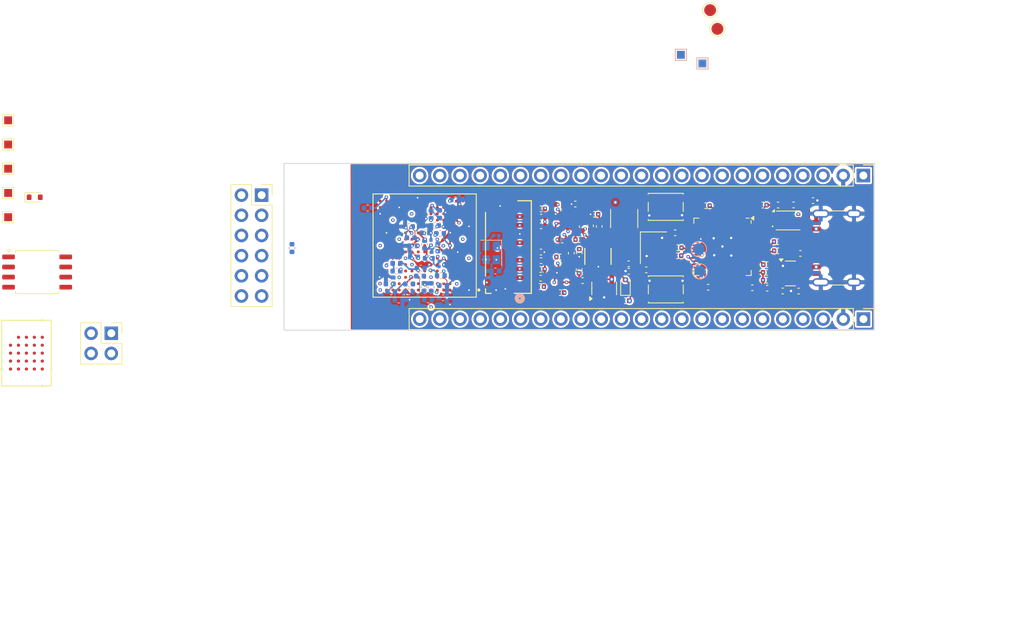
<source format=kicad_pcb>
(kicad_pcb (version 20240108) (generator "pcbnew") (generator_version "8.0")
  (layers (0 "F.Cu" signal) (1 "In1.Cu" signal) (2 "In2.Cu" signal) (3 "In3.Cu" signal) (4 "In4.Cu" signal) (31 "B.Cu" signal) (34 "B.Paste" user) (35 "F.Paste" user) (36 "B.SilkS" user "B.Silkscreen") (37 "F.SilkS" user "F.Silkscreen") (38 "B.Mask" user) (39 "F.Mask" user) (44 "Edge.Cuts" user))
  (net 0 "")
  (net 1 "GND")
  (net 2 "+3V3")
  (net 3 "SPI-D1")
  (net 4 "SPI-CLK")
  (net 5 "SPI-D2")
  (net 6 "SPI-D0")
  (net 7 "SPI-D3")
  (net 8 "SPI-CS")
  (net 9 "33.33Mhz")
  (net 10 "Net-(X1-Vcc)")
  (net 11 "+1V0")
  (net 12 "+1V8")
  (net 13 "GNDA")
  (net 14 "VCCQ")
  (net 15 "Net-(D1-K)")
  (net 16 "Net-(D2-K)")
  (net 17 "MIO7")
  (net 18 "Net-(U1-FB)")
  (net 19 "Net-(U2-FB)")
  (net 20 "Net-(TP2-Pin_1)")
  (net 21 "Net-(TP1-Pin_1)")
  (net 22 "~{RST}")
  (net 23 "Net-(U4-SENSE)")
  (net 24 "POR_B")
  (net 25 "Net-(U3A-INIT_B_0)")
  (net 26 "Net-(U3A-PROGRAM_B_0)")
  (net 27 "Net-(U3A-DONE_0)")
  (net 28 "Net-(U3D-PS_MIO8_500)")
  (net 42 "Net-(C1-Pad1)")
  (net 49 "Net-(R23-Pad2)")
  (net 70 "MIO32")
  (net 74 "MIO33")
  (net 99 "MIO29")
  (net 105 "MIO30")
  (net 106 "MIO31")
  (net 107 "MIO28")
  (net 108 "RAM_DQ6")
  (net 109 "~{RAM_CS0}")
  (net 110 "RAM_DQ7")
  (net 111 "RAM_CLK")
  (net 112 "RAM_DQ0")
  (net 113 "RAM_DQ5")
  (net 114 "~{RAM_RST}")
  (net 115 "RAM_DQ2")
  (net 116 "~{RAM_CLK}")
  (net 117 "RAM_DQ4")
  (net 118 "RAM_DQ1")
  (net 119 "RAM_DQ3")
  (net 120 "RWDS")
  (net 128 "Net-(D4-K)")
  (net 129 "VBUS0")
  (net 130 "GPIO19")
  (net 131 "Net-(USB_C_ESP1-CC1)")
  (net 132 "Net-(USB_C_ESP1-CC2)")
  (net 133 "GPIO15")
  (net 134 "GPIO14")
  (net 135 "GPIO12")
  (net 136 "GPIO13")
  (net 137 "GPIO17")
  (net 138 "GPIO16")
  (net 141 "+3.3VA")
  (net 142 "Net-(U11-LX)")
  (net 143 "USB_D+0")
  (net 144 "USB_D-0")
  (net 145 "Net-(TP11-Pin_1)")
  (net 152 "Net-(D3-K)")
  (net 153 "MIO34")
  (net 154 "MIO38")
  (net 155 "MIO37")
  (net 156 "MIO39")
  (net 157 "MIO41")
  (net 158 "MIO42")
  (net 159 "MIO40")
  (net 160 "MIO35")
  (net 161 "MIO36")
  (net 162 "MIO43")
  (net 163 "MIO14")
  (net 164 "MIO11")
  (net 166 "IO7P")
  (net 167 "IO7N")
  (net 168 "IO13N")
  (net 169 "IO15P")
  (net 170 "IO15N")
  (net 171 "IO16N")
  (net 172 "IO17N")
  (net 173 "IO18P")
  (net 174 "IO17P")
  (net 175 "IO18N")
  (net 176 "IO8N")
  (net 177 "IO9N")
  (net 178 "IO3N")
  (net 179 "IO3P")
  (net 180 "IO2P")
  (net 181 "IO1P")
  (net 182 "IO5P")
  (net 183 "IO5N")
  (net 186 "IOL5P")
  (net 187 "IOL5N")
  (net 188 "Net-(R18-Pad1)")
  (net 189 "Net-(R19-Pad1)")
  (net 190 "Net-(U9-XIN)")
  (net 191 "Net-(U9-XOUT)")
  (net 192 "+1V1")
  (net 193 "QSPI_SS")
  (net 194 "QSPI_SD0")
  (net 195 "QSPI_SD1")
  (net 196 "QSPI_SD2")
  (net 197 "QSPI_SCLK")
  (net 198 "QSPI_SD3")
  (net 199 "/Peripheral/RUN")
  (net 200 "Net-(J2-Pad1)")
  (net 201 "GPIO6")
  (net 202 "GPIO3")
  (net 203 "GPIO5")
  (net 204 "GPIO4")
  (net 205 "GPIO7")
  (net 206 "GPIO2")
  (net 207 "GPIO0")
  (net 208 "GPIO1")
  (net 209 "GPIO23")
  (net 210 "GPIO25")
  (net 211 "GPIO26")
  (net 212 "GPIO28")
  (net 213 "GPIO29")
  (net 214 "GPIO27")
  (net 215 "GPIO22")
  (net 216 "GPIO24")
  (net 217 "/Peripheral/SWCLK")
  (net 218 "/Peripheral/SWD")
  (net 219 "GPIO11")
  (net 220 "GPIO18")
  (net 221 "GPIO20")
  (net 222 "GPIO8")
  (net 223 "GPIO10")
  (net 224 "GPIO9")
  (net 225 "GPIO21")
  (footprint "Capacitor_SMD:C_0402_1005Metric" (layer "F.Cu") (at 118.165 48.414999 180)
    (property "Reference" "R10" (hide yes))
    (property "Value" "20k" (hide yes))
  )
  (footprint "Capacitor_SMD:C_0402_1005Metric" (layer "F.Cu") (at 139.95 54.49)
    (property "Reference" "C31" (hide yes))
    (property "Value" "4.7uF" (hide yes))
  )
  (footprint "Capacitor_SMD:C_0402_1005Metric" (layer "F.Cu") (at 124.38 52.41)
    (property "Reference" "R36" (hide yes))
    (property "Value" "20k" (hide yes))
  )
  (footprint "Capacitor_SMD:C_0402_1005Metric" (layer "F.Cu") (at 120.675 46.764999 90)
    (property "Reference" "R9" (hide yes))
    (property "Value" "10k" (hide yes))
  )
  (footprint "Capacitor_SMD:C_0402_1005Metric" (layer "F.Cu") (at 113.35 51.07 180)
    (property "Reference" "R26" (hide yes))
    (property "Value" "10k" (hide yes))
  )
  (footprint "Capacitor_SMD:C_0402_1005Metric" (layer "F.Cu") (at 120.065 45.234999)
    (property "Reference" "C9" (hide yes))
    (property "Value" "22uF" (hide yes))
  )
  (footprint "Capacitor_SMD:C_0402_1005Metric" (layer "F.Cu") (at 113.34 44.55)
    (property "Reference" "C11" (hide yes))
    (property "Value" "22uF" (hide yes))
  )
  (footprint "Capacitor_SMD:C_0402_1005Metric" (layer "F.Cu") (at 115.764999 55.094999)
    (property "Reference" "R6" (hide yes))
    (property "Value" "10k" (hide yes))
  )
  (footprint "Capacitor_SMD:C_0402_1005Metric" (layer "F.Cu") (at 134.4 54.42 180)
    (property "Reference" "C32" (hide yes))
    (property "Value" "4.7uF" (hide yes))
  )
  (footprint "Capacitor_SMD:C_0402_1005Metric" (layer "F.Cu") (at 145.78 54.9)
    (property "Reference" "C36" (hide yes))
    (property "Value" "4.7uF" (hide yes))
  )
  (footprint "Package_DFN_QFN:QFN-56-1EP_7x7mm_P0.4mm_EP3.2x3.2mm" (layer "F.Cu") (at 136.2 49.33 -90)
    (property "Reference" "U9" (hide yes))
    (property "Value" "RP2040" (hide yes))
  )
  (footprint "Button_Switch_SMD:SW_SPST_PTS810" (layer "F.Cu") (at 129.06 54.69 180)
    (property "Reference" "J1" (hide yes))
    (property "Value" "Button" (hide yes))
  )
  (footprint "Capacitor_SMD:C_0402_1005Metric" (layer "F.Cu") (at 134.09 44.15 180)
    (property "Reference" "C35" (hide yes))
    (property "Value" "4.7uF" (hide yes))
  )
  (footprint "Capacitor_SMD:C_1812_4532Metric" (layer "F.Cu") (at 123.82 45.77 90)
    (property "Reference" "L1" (hide yes))
    (property "Value" "2.2uH" (hide yes))
  )
  (footprint "TestPoint:TestPoint_Pad_1.0x1.0mm" (layer "F.Cu") (at 46.2376 33.3943)
    (property "Reference" "TP1" (hide yes))
    (property "Value" "TP" (hide yes))
  )
  (footprint "Capacitor_SMD:C_0402_1005Metric" (layer "F.Cu") (at 143.2 44.07)
    (property "Reference" "R37" (hide yes))
    (property "Value" "10k" (hide yes))
  )
  (footprint "Capacitor_SMD:C_0402_1005Metric" (layer "F.Cu") (at 141.78 53.54)
    (property "Reference" "C30" (hide yes))
    (property "Value" "4.7uF" (hide yes))
  )
  (footprint "Package_SO:SOIC-8_5.23x5.23mm_P1.27mm" (layer "F.Cu") (at 49.8876 52.5043)
    (property "Reference" "U5" (hide yes))
    (property "Value" "W25Q128JVS" (hide yes))
  )
  (footprint "Capacitor_SMD:C_0402_1005Metric" (layer "F.Cu") (at 143.78 54.89)
    (property "Reference" "C37" (hide yes))
    (property "Value" "4.7uF" (hide yes))
  )
  (footprint "Capacitor_SMD:C_0402_1005Metric" (layer "F.Cu") (at 123.95 56.12 180)
    (property "Reference" "R38" (hide yes))
    (property "Value" "10k" (hide yes))
  )
  (footprint "Sync_VT extras:225-LFBGA" (layer "F.Cu") (at 98.69 49.17 180)
    (property "Reference" "U3" (hide yes))
    (property "Value" "XC7Z010-1CLG225I" (hide yes))
  )
  (footprint "Capacitor_SMD:C_0402_1005Metric" (layer "F.Cu") (at 113.34 49.99)
    (property "Reference" "C1" (hide yes))
    (property "Value" "22uF" (hide yes))
  )
  (footprint "Capacitor_SMD:C_0402_1005Metric" (layer "F.Cu") (at 118.58 53.58 180)
    (property "Reference" "R7" (hide yes))
    (property "Value" "10k" (hide yes))
  )
  (footprint "Connector_PinSocket_2.54mm:PinSocket_2x06_P2.54mm_Vertical" (layer "F.Cu") (at 78.16 42.82)
    (property "Reference" "J3" (hide yes))
    (property "Value" "Conn_02x06_Odd_Even_MountingPin" (hide yes))
  )
  (footprint "Capacitor_SMD:C_0402_1005Metric" (layer "F.Cu") (at 126.6 52.23 180)
    (property "Reference" "C3" (hide yes))
    (property "Value" "22pF" (hide yes))
  )
  (footprint "Capacitor_SMD:C_0402_1005Metric" (layer "F.Cu") (at 130.56 49.44 180)
    (property "Reference" "C34" (hide yes))
    (property "Value" "4.7uF" (hide yes))
  )
  (footprint "Capacitor_SMD:C_0402_1005Metric" (layer "F.Cu") (at 146.01 50.16 180)
    (property "Reference" "R33" (hide yes))
    (property "Value" "10k" (hide yes))
  )
  (footprint "Diode_SMD:D_SOD-523" (layer "F.Cu") (at 49.5826 43.0843)
    (property "Reference" "D4" (hide yes))
    (property "Value" "SOD-523 General" (hide yes))
  )
  (footprint "Capacitor_SMD:C_0402_1005Metric" (layer "F.Cu") (at 113.35 46.68 180)
    (property "Reference" "R27" (hide yes))
    (property "Value" "10k" (hide yes))
  )
  (footprint "Capacitor_SMD:C_0402_1005Metric" (layer "F.Cu") (at 113.3 52.18 180)
    (property "Reference" "R25" (hide yes))
    (property "Value" "10k" (hide yes))
  )
  (footprint "Capacitor_SMD:C_0402_1005Metric" (layer "F.Cu") (at 115.675 43.989998 180)
    (property "Reference" "R1" (hide yes))
    (property "Value" "20k" (hide yes))
  )
  (footprint "Capacitor_SMD:C_0402_1005Metric" (layer "F.Cu") (at 118.155 50.094999 90)
    (property "Reference" "C12" (hide yes))
    (property "Value" "22uF" (hide yes))
  )
  (footprint "Capacitor_SMD:C_0402_1005Metric" (layer "F.Cu") (at 143.18 49.83)
    (property "Reference" "C29" (hide yes))
    (property "Value" "4.7uF" (hide yes))
  )
  (footprint "Package_SON:SON-8-1EP_3x2mm_P0.5mm_EP1.4x1.6mm" (layer "F.Cu") (at 144.4625 46.0075)
    (property "Reference" "FLASH1" (hide yes))
    (property "Value" "W25Q16JVUXIQ" (hide yes))
  )
  (footprint "Sync_VT extras:ECLGA-14_MPM3834C_MNP" (layer "F.Cu") (at 116.044999 52.869998 180)
    (property "Reference" "U2" (hide yes))
    (property "Value" "MPM3834CGPA-Z" (hide yes))
  )
  (footprint "Capacitor_SMD:C_0402_1005Metric" (layer "F.Cu") (at 113.3 53.28 180)
    (property "Reference" "R24" (hide yes))
    (property "Value" "10k" (hide yes))
  )
  (footprint "Capacitor_SMD:C_0402_1005Metric" (layer "F.Cu") (at 124.38 51.47 180)
    (property "Reference" "R35" (hide yes))
    (property "Value" "10k" (hide yes))
  )
  (footprint "Capacitor_SMD:C_0402_1005Metric" (layer "F.Cu") (at 141.27 44.07 180)
    (property "Reference" "C38" (hide yes))
    (property "Value" "4.7uF" (hide yes))
  )
  (footprint "TestPoint:TestPoint_Pad_D1.5mm" (layer "F.Cu") (at 135.56 21.88)
    (property "Reference" "TP7" (hide yes))
    (property "Value" "TestPoint" (hide yes))
  )
  (footprint "Button_Switch_SMD:SW_SPST_PTS810" (layer "F.Cu") (at 129.05 44.295)
    (property "Reference" "J2" (hide yes))
    (property "Value" "Button" (hide yes))
  )
  (footprint "TestPoint:TestPoint_Pad_1.0x1.0mm" (layer "F.Cu") (at 46.2376 45.5943)
    (property "Reference" "TP5" (hide yes))
    (property "Value" "TP" (hide yes))
  )
  (footprint "TestPoint:TestPoint_Pad_1.0x1.0mm" (layer "F.Cu") (at 46.2376 39.4943)
    (property "Reference" "TP3" (hide yes))
    (property "Value" "TP" (hide yes))
  )
  (footprint "Capacitor_SMD:C_0402_1005Metric" (layer "F.Cu") (at 141.78 52.55)
    (property "Reference" "C33" (hide yes))
    (property "Value" "4.7uF" (hide yes))
  )
  (footprint "Connector_PinHeader_2.54mm:PinHeader_1x23_P2.54mm_Vertical" (layer "F.Cu") (at 153.94 40.35 -90)
    (property "Reference" "J4" (hide yes))
    (property "Value" "Conn_01x23_MountingPin" (hide yes))
  )
  (footprint "Connector_PinHeader_2.54mm:PinHeader_1x23_P2.54mm_Vertical" (layer "F.Cu") (at 153.95 58.43 -90)
    (property "Reference" "J5" (hide yes))
    (property "Value" "Conn_01x23_MountingPin" (hide yes))
  )
  (footprint "Capacitor_SMD:C_0402_1005Metric" (layer "F.Cu") (at 147.6 43.51)
    (property "Reference" "R34" (hide yes))
    (property "Value" "10k" (hide yes))
  )
  (footprint "Sync_VT extras:CONN12_47309-2651_MOL" (layer "F.Cu") (at 109.24 49.36 -90)
    (property "Reference" "U6" (hide yes))
    (property "Value" "0473092651" (hide yes))
  )
  (footprint "Capacitor_SMD:C_0402_1005Metric" (layer "F.Cu") (at 130.24 47.56)
    (property "Reference" "C2" (hide yes))
    (property "Value" "22pF" (hide yes))
  )
  (footprint "Connector_PinSocket_2.54mm:PinSocket_2x02_P2.54mm_Vertical" (layer "F.Cu") (at 59.2276 60.2143)
    (property "Reference" "J6" (hide yes))
    (property "Value" "Conn_01x04_MountingPin" (hide yes))
  )
  (footprint "Capacitor_SMD:C_0402_1005Metric" (layer "F.Cu") (at 143.16 48.68)
    (property "Reference" "C6" (hide yes))
    (property "Value" "4.7uF" (hide yes))
  )
  (footprint "Sync_VT extras:PG-BGA-24-801" (layer "F.Cu") (at 48.54 62.72)
    (property "Reference" "U7" (hide yes))
    (property "Value" "S80KS5123GABHA020" (hide yes))
  )
  (footprint "Capacitor_SMD:C_0402_1005Metric" (layer "F.Cu") (at 118.145 52.194999 90)
    (property "Reference" "C8" (hide yes))
    (property "Value" "22uF" (hide yes))
  )
  (footprint "TestPoint:TestPoint_Pad_1.0x1.0mm" (layer "F.Cu") (at 46.2376 36.4443)
    (property "Reference" "TP2" (hide yes))
    (property "Value" "TP" (hide yes))
  )
  (footprint "Capacitor_SMD:C_0402_1005Metric" (layer "F.Cu") (at 130.52 50.45 180)
    (property "Reference" "C4" (hide yes))
    (property "Value" "4.7uF" (hide yes))
  )
  (footprint "Capacitor_SMD:C_0402_1005Metric" (layer "F.Cu") (at 116.014998 48.459998)
    (property "Reference" "R4" (hide yes))
    (property "Value" "10k" (hide yes))
  )
  (footprint "Package_TO_SOT_SMD:SOT-23" (layer "F.Cu") (at 144.75 52.68)
    (property "Reference" "U8" (hide yes))
    (property "Value" "ZL6201A33S3" (hide yes))
  )
  (footprint "Capacitor_SMD:C_0402_1005Metric" (layer "F.Cu") (at 113.36 45.59 180)
    (property "Reference" "R28" (hide yes))
    (property "Value" "10k" (hide yes))
  )
  (footprint "TestPoint:TestPoint_Pad_D1.5mm" (layer "F.Cu") (at 134.64 19.52)
    (property "Reference" "TP6" (hide yes))
    (property "Value" "TestPoint" (hide yes))
  )
  (footprint "Capacitor_SMD:C_0402_1005Metric" (layer "F.Cu") (at 117.665 43.944999)
    (property "Reference" "R2" (hide yes))
    (property "Value" "30k" (hide yes))
  )
  (footprint "Capacitor_SMD:C_0402_1005Metric" (layer "F.Cu") (at 141.83 51.58)
    (property "Reference" "C7" (hide yes))
    (property "Value" "4.7uF" (hide yes))
  )
  (footprint "Capacitor_SMD:C_0402_1005Metric" (layer "F.Cu") (at 119.575 46.679998 90)
    (property "Reference" "R8" (hide yes))
    (property "Value" "20k" (hide yes))
  )
  (footprint "Crystal:Crystal_SMD_3225-4Pin_3.2x2.5mm" (layer "F.Cu") (at 127.51 49.45 -90)
    (property "Reference" "Y1" (hide yes))
    (property "Value" "3225-4P 12MHz" (hide yes))
  )
  (footprint "Capacitor_SMD:C_0402_1005Metric" (layer "F.Cu") (at 115.759999 50.604999 180)
    (property "Reference" "R3" (hide yes))
    (property "Value" "20k" (hide yes))
  )
  (footprint "TestPoint:TestPoint_Pad_1.0x1.0mm" (layer "F.Cu") (at 46.2376 42.5443)
    (property "Reference" "TP4" (hide yes))
    (property "Value" "TP" (hide yes))
  )
  (footprint "Capacitor_SMD:C_0402_1005Metric" (layer "F.Cu") (at 113.23 54.33)
    (property "Reference" "C5" (hide yes))
    (property "Value" "22uF" (hide yes))
  )
  (footprint "Package_TO_SOT_SMD:SOT-23-5" (layer "F.Cu") (at 121.3 54.56 90)
    (property "Reference" "U11" (hide yes))
    (property "Value" "SC189ZULTRT-3v3" (hide yes))
  )
  (footprint "Capacitor_SMD:C_0402_1005Metric" (layer "F.Cu") (at 118.534998 46.789998 90)
    (property "Reference" "C10" (hide yes))
    (property "Value" "22uF" (hide yes))
  )
  (footprint "Sync_VT extras:ECLGA-14_MPM3834C_MNP" (layer "F.Cu") (at 116.184997 46.124997 180)
    (property "Reference" "U1" (hide yes))
    (property "Value" "MPM3834CGPA-Z" (hide yes))
  )
  (footprint "Connector_USB:USB_C_Receptacle_GCT_USB4105-xx-A_16P_TopMnt_Horizontal" (layer "F.Cu") (at 151.68 49.47 90)
    (property "Reference" "USB_C_ESP1" (hide yes))
    (property "Value" "USB_C_1" (hide yes))
  )
  (footprint "Capacitor_SMD:C_0402_1005Metric" (layer "F.Cu") (at 117.154998 50.129998 90)
    (property "Reference" "R5" (hide yes))
    (property "Value" "10k" (hide yes))
  )
  (footprint "Capacitor_SMD:C_0402_1005Metric" (layer "F.Cu") (at 141.83 54.54)
    (property "Reference" "C28" (hide yes))
    (property "Value" "4.7uF" (hide yes))
  )
  (footprint "Sync_VT extras:DBV6-L" (layer "F.Cu") (at 120.515 50.5347 90)
    (property "Reference" "U4" (hide yes))
    (property "Value" "TPS3106K33DBVR" (hide yes))
  )
  (footprint "Capacitor_SMD:C_0402_1005Metric" (layer "F.Cu") (at 145.15 44.05)
    (property "Reference" "R32" (hide yes))
    (property "Value" "10k" (hide yes))
  )
  (footprint "Diode_SMD:D_SOD-523" (layer "F.Cu") (at 123.98 54.1775 90)
    (property "Reference" "D3" (hide yes))
    (property "Value" "SOD-523 General" (hide yes))
  )
  (footprint "Capacitor_SMD:C_0402_1005Metric" (layer "B.Cu") (at 94.48 54.98)
    (property "Reference" "R40" (hide yes))
    (property "Value" "10k" (hide yes))
  )
  (footprint "TestPoint:TestPoint_Pad_D1.5mm" (layer "B.Cu") (at 133.35 52.41)
    (property "Reference" "TP9" (hide yes))
    (property "Value" "TestPoint" (hide yes))
  )
  (footprint "Capacitor_SMD:C_0402_1005Metric" (layer "B.Cu") (at 99.5 45.25 -90)
    (property "Reference" "R11" (hide yes))
    (property "Value" "10k" (hide yes))
  )
  (footprint "Capacitor_SMD:C_0402_1005Metric" (layer "B.Cu") (at 101 55.76 180)
    (property "Reference" "R41" (hide yes))
    (property "Value" "DNP" (hide yes))
  )
  (footprint "Capacitor_SMD:C_0201_0603Metric" (layer "B.Cu") (at 100.51 51.47 90)
    (property "Reference" "FB1" (hide yes))
    (property "Value" "MPZ0603S121HT000" (hide yes))
  )
  (footprint "Capacitor_SMD:C_0402_1005Metric" (layer "B.Cu") (at 100.73 52.95)
    (property "Reference" "R12" (hide yes))
    (property "Value" "10k" (hide yes))
  )
  (footprint "Capacitor_SMD:C_0402_1005Metric" (layer "B.Cu") (at 101.02 54.2 180)
    (property "Reference" "R14" (hide yes))
    (property "Value" "20k" (hide yes))
  )
  (footprint "Capacitor_SMD:C_0402_1005Metric" (layer "B.Cu") (at 98.11 53.01)
    (property "Reference" "R18" (hide yes))
    (property "Value" "10k" (hide yes))
  )
  (footprint "Capacitor_SMD:C_0402_1005Metric" (layer "B.Cu") (at 91.519998 44.44 180)
    (property "Reference" "R23" (hide yes))
    (property "Value" "10k" (hide yes))
  )
  (footprint "Capacitor_SMD:C_0402_1005Metric" (layer "B.Cu") (at 94.29 54 180)
    (property "Reference" "C25" (hide yes))
    (property "Value" "4.7uF" (hide yes))
  )
  (footprint "Capacitor_SMD:C_0402_1005Metric" (layer "B.Cu") (at 100.63 47.65)
    (property "Reference" "R13" (hide yes))
    (property "Value" "10k" (hide yes))
  )
  (footprint "Capacitor_SMD:C_0402_1005Metric" (layer "B.Cu") (at 96.74 54)
    (property "Reference" "R19" (hide yes))
    (property "Value" "10k" (hide yes))
  )
  (footprint "Capacitor_SMD:C_0402_1005Metric" (layer "B.Cu") (at 99.12 56)
    (property "Reference" "R21" (hide yes))
    (property "Value" "10k" (hide yes))
  )
  (footprint "TestPoint:TestPoint_Pad_1.0x1.0mm" (layer "B.Cu") (at 133.67 26.24)
    (property "Reference" "TP11" (hide yes))
    (property "Value" "TP" (hide yes))
  )
  (footprint "LED_SMD:LED_0402_1005Metric" (layer "B.Cu") (at 95.15 51.4)
    (property "Reference" "D2" (hide yes))
    (property "Value" "SML-P11UTT86" (hide yes))
  )
  (footprint "Capacitor_SMD:C_0402_1005Metric" (layer "B.Cu") (at 99.52 54.41 -90)
    (property "Reference" "R17" (hide yes))
    (property "Value" "10k" (hide yes))
  )
  (footprint "Capacitor_SMD:C_0402_1005Metric" (layer "B.Cu") (at 95.42 56.03 180)
    (property "Reference" "R42" (hide yes))
    (property "Value" "DNP" (hide yes))
  )
  (footprint "Capacitor_SMD:C_0402_1005Metric" (layer "B.Cu") (at 102.53 43.41)
    (property "Reference" "C16" (hide yes))
    (property "Value" "4.7uF" (hide yes))
  )
  (footprint "Oscillator:Oscillator_SMD_SeikoEpson_SG210-4Pin_2.5x2.0mm" (layer "B.Cu") (at 107.07 50.1 -90)
    (property "Reference" "X1" (hide yes))
    (property "Value" "SIT8008BI-73-XXS-33.333333" (hide yes))
  )
  (footprint "Capacitor_SMD:C_0402_1005Metric" (layer "B.Cu") (at 81.98 49.48 90)
    (property "Reference" "C26" (hide yes))
    (property "Value" "4.7uF" (hide yes))
  )
  (footprint "Capacitor_SMD:C_0402_1005Metric" (layer "B.Cu") (at 99.99 46.64 180)
    (property "Reference" "C17" (hide yes))
    (property "Value" "4.7uF" (hide yes))
  )
  (footprint "Capacitor_SMD:C_0402_1005Metric" (layer "B.Cu") (at 96.71 55)
    (property "Reference" "R15" (hide yes))
    (property "Value" "10k" (hide yes))
  )
  (footprint "Capacitor_SMD:C_0402_1005Metric" (layer "B.Cu") (at 95.14 52.38 180)
    (property "Reference" "R22" (hide yes))
    (property "Value" "10k" (hide yes))
  )
  (footprint "Capacitor_SMD:C_0402_1005Metric" (layer "B.Cu") (at 98.19 52.01 180)
    (property "Reference" "R20" (hide yes))
    (property "Value" "20k" (hide yes))
  )
  (footprint "Capacitor_SMD:C_0402_1005Metric" (layer "B.Cu") (at 99.21 50.78 180)
    (property "Reference" "C18" (hide yes))
    (property "Value" "4.7uF" (hide yes))
  )
  (footprint "Capacitor_SMD:C_0402_1005Metric" (layer "B.Cu") (at 98.79 47.57)
    (property "Reference" "C24" (hide yes))
    (property "Value" "4.7uF" (hide yes))
  )
  (footprint "Capacitor_SMD:C_0201_0603Metric" (layer "B.Cu") (at 99.49 48.8 90)
    (property "Reference" "FB2" (hide yes))
    (property "Value" "MPZ0603S121HT000" (hide yes))
  )
  (footprint "Capacitor_SMD:C_0402_1005Metric" (layer "B.Cu") (at 96.94 48.19)
    (property "Reference" "C22" (hide yes))
    (property "Value" "4.7uF" (hide yes))
  )
  (footprint "TestPoint:TestPoint_Pad_D1.5mm" (layer "B.Cu") (at 133.22 49.61)
    (property "Reference" "TP8" (hide yes))
    (property "Value" "TestPoint" (hide yes))
  )
  (footprint "Capacitor_SMD:C_0402_1005Metric" (layer "B.Cu") (at 97.25 49.2 180)
    (property "Reference" "C15" (hide yes))
    (property "Value" "4.7uF" (hide yes))
  )
  (footprint "Capacitor_SMD:C_0201_0603Metric" (layer "B.Cu") (at 107.695 47.9 180)
    (property "Reference" "FB3" (hide yes))
    (property "Value" "MPZ0603S121HT000" (hide yes))
  )
  (footprint "Capacitor_SMD:C_0402_1005Metric" (layer "B.Cu") (at 97.35 50.61 180)
    (property "Reference" "C20" (hide yes))
    (property "Value" "4.7uF" (hide yes))
  )
  (footprint "LED_SMD:LED_0402_1005Metric" (layer "B.Cu") (at 100.57 45.22 90)
    (property "Reference" "D1" (hide yes))
    (property "Value" "SML-P11UTT86" (hide yes))
  )
  (footprint "Capacitor_SMD:C_0402_1005Metric" (layer "B.Cu") (at 98.68 49.04 -90)
    (property "Reference" "C14" (hide yes))
    (property "Value" "4.7uF" (hide yes))
  )
  (footprint "Capacitor_SMD:C_0402_1005Metric" (layer "B.Cu") (at 100.36 49.39 90)
    (property "Reference" "C23" (hide yes))
    (property "Value" "4.7uF" (hide yes))
  )
  (footprint "TestPoint:TestPoint_Pad_1.0x1.0mm" (layer "B.Cu") (at 130.96 25.15)
    (property "Reference" "TP10" (hide yes))
    (property "Value" "TP" (hide yes))
  )
  (footprint "Capacitor_SMD:C_0402_1005Metric" (layer "B.Cu") (at 107.599998 52.37 180)
    (property "Reference" "C27" (hide yes))
    (property "Value" "4.7uF" (hide yes))
  )
  (footprint "Capacitor_SMD:C_0402_1005Metric" (layer "B.Cu") (at 98.61 54.39 -90)
    (property "Reference" "R16" (hide yes))
    (property "Value" "10k" (hide yes))
  )
  (footprint "Capacitor_SMD:C_0402_1005Metric" (layer "B.Cu") (at 96.71 46.78 180)
    (property "Reference" "C21" (hide yes))
    (property "Value" "4.7uF" (hide yes))
  )
  (gr_rect (start 80.98 38.8295) (end 155.32 59.8295) (stroke (width 0.1)) (fill none) (layer "Edge.Cuts"))
  (segment (start 131.8 45.425) (end 131.8 45.845) (width 0) (layer "F.Cu") (net 0))
  (segment (start 131.8 45.845) (end 131.125 45.845) (width 0) (layer "F.Cu") (net 0))
  (segment (start 121.299996 55.6975) (end 121.3 55.697496) (width 0.2) (layer "F.Cu") (net 1))
  (segment (start 116.239999 45.874997) (end 115.876122 45.874997) (width 0.2) (layer "F.Cu") (net 1))
  (segment (start 131.914974 48.38) (end 132.7125 48.38) (width 0.2) (layer "F.Cu") (net 1))
  (segment (start 131.125 45.37) (end 131.1 45.345) (width 0.2) (layer "F.Cu") (net 1))
  (segment (start 143.64 48.68) (end 143.64 49.81) (width 0.2) (layer "F.Cu") (net 1))
  (segment (start 143.7125 46.7575) (end 144.4625 46.0075) (width 0.2) (layer "F.Cu") (net 1))
  (segment (start 107.691094 54.778906) (end 107.69 54.78) (width 0.09) (layer "F.Cu") (net 1))
  (segment (start 126.66 50.54) (end 126.66 50.5) (width 0.2) (layer "F.Cu") (net 1))
  (segment (start 115.044998 51.944999) (end 115.044998 52.294996) (width 0.2) (layer "F.Cu") (net 1))
  (segment (start 136.2 49.29) (end 136.19 49.28) (width 0.2) (layer "F.Cu") (net 1))
  (segment (start 116.684996 45.674995) (end 116.884998 45.874997) (width 0.2) (layer "F.Cu") (net 1))
  (segment (start 110.6739 47.710012) (end 110.673884 47.710012) (width 0.09) (layer "F.Cu") (net 1))
  (segment (start 115.044998 52.294996) (end 115.344998 52.594996) (width 0.2) (layer "F.Cu") (net 1))
  (segment (start 145.29 54.89) (end 145.3 54.9) (width 0.2) (layer "F.Cu") (net 1))
  (segment (start 126.975 45.37) (end 126.98 45.375) (width 0.2) (layer "F.Cu") (net 1))
  (segment (start 116.745 52.619998) (end 115.344998 52.619998) (width 0.2) (layer "F.Cu") (net 1))
  (segment (start 142.5175 46.7575) (end 142.51 46.75) (width 0.2) (layer "F.Cu") (net 1))
  (segment (start 131.094974 47.56) (end 131.914974 48.38) (width 0.2) (layer "F.Cu") (net 1))
  (segment (start 127.02 53.615) (end 127.01 53.605) (width 0.2) (layer "F.Cu") (net 1))
  (segment (start 101.5 53.58) (end 101.5 55.79) (width 0.09) (layer "F.Cu") (net 1))
  (segment (start 108.945895 54.5384) (end 108.9416 54.5384) (width 0.09) (layer "F.Cu") (net 1))
  (segment (start 102.749392 49.97) (end 102.78 50.000608) (width 0.2) (layer "F.Cu") (net 1))
  (segment (start 137.3 48.22) (end 137.29 48.21) (width 0.2) (layer "F.Cu") (net 1))
  (segment (start 116.239999 45.874997) (end 115.484996 45.874997) (width 0.2) (layer "F.Cu") (net 1))
  (segment (start 144.26 54.89) (end 145.29 54.89) (width 0.2) (layer "F.Cu") (net 1))
  (segment (start 117.469998 50.574999) (end 118.154978 50.574999) (width 0.2) (layer "F.Cu") (net 1))
  (segment (start 126.66 50.5) (end 126.65 50.49) (width 0.2) (layer "F.Cu") (net 1))
  (segment (start 99.26 51.57) (end 97.89 51.57) (width 0.2) (layer "F.Cu") (net 1))
  (segment (start 116.249997 45.874997) (end 116.244998 45.869998) (width 0.2) (layer "F.Cu") (net 1))
  (segment (start 137.32 50.44) (end 137.31 50.43) (width 0.2) (layer "F.Cu") (net 1))
  (segment (start 115.184996 45.199998) (end 115.185012 45.200014) (width 0.2) (layer "F.Cu") (net 1))
  (segment (start 135.17 50.4) (end 135.16 50.39) (width 0.2) (layer "F.Cu") (net 1))
  (segment (start 99.49 51.57) (end 99.26 51.57) (width 0.2) (layer "F.Cu") (net 1))
  (segment (start 145.53 50.16) (end 145.3825 50.16) (width 0.2) (layer "F.Cu") (net 1))
  (segment (start 113.77 49.99) (end 113.76 50) (width 0.2) (layer "F.Cu") (net 1))
  (segment (start 102.78 50.000608) (end 102.86 50.000608) (width 0.2) (layer "F.Cu") (net 1))
  (segment (start 132.7125 48.38) (end 132.7625 48.33) (width 0.2) (layer "F.Cu") (net 1))
  (segment (start 118.145 51.714999) (end 118.145 50.584999) (width 0.2) (layer "F.Cu") (net 1))
  (segment (start 103.49 44.37) (end 103.09 43.97) (width 0.2) (layer "F.Cu") (net 1))
  (segment (start 116.684996 45.199998) (end 116.684996 44.44501) (width 0.2) (layer "F.Cu") (net 1))
  (segment (start 107.691094 54.767) (end 107.691094 54.778906) (width 0.09) (layer "F.Cu") (net 1))
  (segment (start 130.04 50.45) (end 130.04 49.48) (width 0.2) (layer "F.Cu") (net 1))
  (segment (start 131.16 53.615) (end 131.17 53.605) (width 0.2) (layer "F.Cu") (net 1))
  (segment (start 128.6 48.21) (end 128.59 48.2) (width 0.2) (layer "F.Cu") (net 1))
  (segment (start 135.1 48.26) (end 135.09 48.25) (width 0.2) (layer "F.Cu") (net 1))
  (segment (start 116.244998 45.869998) (end 116.239999 45.874997) (width 0.2) (layer "F.Cu") (net 1))
  (segment (start 131.135 53.615) (end 131.16 53.615) (width 0.2) (layer "F.Cu") (net 1))
  (segment (start 95.689994 52.170006) (end 95.69 52.170006) (width 0.2) (layer "F.Cu") (net 1))
  (segment (start 136.2 49.33) (end 136.2 49.29) (width 0.2) (layer "F.Cu") (net 1))
  (segment (start 116.884998 45.874997) (end 116.249997 45.874997) (width 0.2) (layer "F.Cu") (net 1))
  (segment (start 135.17 50.44) (end 135.17 50.4) (width 0.2) (layer "F.Cu") (net 1))
  (segment (start 123.9 52.41) (end 123.96 52.41) (width 0.2) (layer "F.Cu") (net 1))
  (segment (start 101.09 53.17) (end 101.5 53.58) (width 0.09) (layer "F.Cu") (net 1))
  (segment (start 101.09 49.97) (end 100.29 49.17) (width 0.2) (layer "F.Cu") (net 1))
  (segment (start 116.684996 45.199998) (end 116.684996 45.674995) (width 0.2) (layer "F.Cu") (net 1))
  (segment (start 97.89 43.239065) (end 97.800449 43.149514) (width 0.09) (layer "F.Cu") (net 1))
  (segment (start 127.02 53.655) (end 127.02 53.615) (width 0.2) (layer "F.Cu") (net 1))
  (segment (start 132.7625 48.33) (end 133.46 48.33) (width 0.2) (layer "F.Cu") (net 1))
  (segment (start 108.193593 44.173593) (end 108.2 44.18) (width 0.09) (layer "F.Cu") (net 1))
  (segment (start 145.3825 50.16) (end 143.8125 51.73) (width 0.2) (layer "F.Cu") (net 1))
  (segment (start 121.2 55.6975) (end 121.299996 55.6975) (width 0.2) (layer "F.Cu") (net 1))
  (segment (start 128.6 48.25) (end 128.6 48.21) (width 0.2) (layer "F.Cu") (net 1))
  (segment (start 95.49 52.37) (end 95.689994 52.170006) (width 0.2) (layer "F.Cu") (net 1))
  (segment (start 143.175 46.7575) (end 143.7125 46.7575) (width 0.2) (layer "F.Cu") (net 1))
  (segment (start 116.544998 51.944999) (end 116.544998 51.499999) (width 0.2) (layer "F.Cu") (net 1))
  (segment (start 148.08 43.51) (end 148.13 43.51) (width 0.2) (layer "F.Cu") (net 1))
  (segment (start 97.89 43.57) (end 97.89 43.239065) (width 0.09) (layer "F.Cu") (net 1))
  (segment (start 133.46 48.33) (end 133.47 48.34) (width 0.2) (layer "F.Cu") (net 1))
  (segment (start 130.72 47.56) (end 131.094974 47.56) (width 0.2) (layer "F.Cu") (net 1))
  (segment (start 143.175 46.7575) (end 142.5175 46.7575) (width 0.2) (layer "F.Cu") (net 1))
  (segment (start 119.455 46.239998) (end 118.604998 46.239998) (width 0.2) (layer "F.Cu") (net 1))
  (segment (start 115.165 45.199998) (end 115.184996 45.199998) (width 0.2) (layer "F.Cu") (net 1))
  (segment (start 96.29 55.482696) (end 96.792304 55.985) (width 0.2) (layer "F.Cu") (net 1))
  (segment (start 108.193593 44.054589) (end 108.193593 44.173593) (width 0.09) (layer "F.Cu") (net 1))
  (segment (start 137.3 48.26) (end 137.3 48.22) (width 0.2) (layer "F.Cu") (net 1))
  (segment (start 115.876122 45.874997) (end 115.825811 45.824686) (width 0.2) (layer "F.Cu") (net 1))
  (segment (start 148.13 43.51) (end 148.15 43.49) (width 0.2) (layer "F.Cu") (net 1))
  (segment (start 123.96 52.41) (end 123.99 52.38) (width 0.2) (layer "F.Cu") (net 1))
  (segment (start 116.684996 44.44501) (end 117.185014 43.944992) (width 0.2) (layer "F.Cu") (net 1))
  (segment (start 135.1 48.3) (end 135.1 48.26) (width 0.2) (layer "F.Cu") (net 1))
  (segment (start 113.82 49.99) (end 113.77 49.99) (width 0.2) (layer "F.Cu") (net 1))
  (segment (start 108.9416 54.5384) (end 108.85 54.63) (width 0.09) (layer "F.Cu") (net 1))
  (segment (start 137.32 50.48) (end 137.32 50.44) (width 0.2) (layer "F.Cu") (net 1))
  (segment (start 116.544998 51.499999) (end 117.469998 50.574999) (width 0.2) (layer "F.Cu") (net 1))
  (segment (start 96.29 54.77) (end 96.29 55.482696) (width 0.2) (layer "F.Cu") (net 1))
  (via (at 103.09 43.97) (size 0.45) (drill 0.2) (layers "F.Cu" "B.Cu") (net 1))
  (via (at 93.016998 53.143038) (size 0.45) (drill 0.2) (layers "F.Cu" "B.Cu") (net 1))
  (via (at 98.72 54.09) (size 0.45) (drill 0.2) (layers "F.Cu" "B.Cu") (net 1))
  (via (at 96.792304 55.985) (size 0.45) (drill 0.2) (layers "F.Cu" "B.Cu") (net 1))
  (via (at 101.32 45.01) (size 0.45) (drill 0.2) (layers "F.Cu" "B.Cu") (net 1))
  (via (at 131.1 45.345) (size 0.6) (drill 0.3) (layers "F.Cu" "B.Cu") (net 1))
  (via (at 117.185014 43.944992) (size 0.45) (drill 0.2) (layers "F.Cu" "B.Cu") (net 1))
  (via (at 99.26 51.57) (size 0.45) (drill 0.2) (layers "F.Cu" "B.Cu") (net 1))
  (via (at 101.5 55.79) (size 0.45) (drill 0.2) (layers "F.Cu" "B.Cu") (net 1))
  (via (at 142.51 46.75) (size 0.45) (drill 0.2) (layers "F.Cu" "B.Cu") (net 1))
  (via (at 108.85 54.63) (size 0.45) (drill 0.2) (layers "F.Cu" "B.Cu") (net 1))
  (via (at 97.090001 50.770001) (size 0.45) (drill 0.2) (layers "F.Cu" "B.Cu") (net 1))
  (via (at 101.92 47.55) (size 0.45) (drill 0.2) (layers "F.Cu" "B.Cu") (net 1))
  (via (at 93.089985 45.170015) (size 0.45) (drill 0.2) (layers "F.Cu" "B.Cu") (net 1))
  (via (at 144.83 54.89) (size 0.6) (drill 0.3) (layers "F.Cu" "B.Cu") (net 1))
  (via (at 115.185012 45.200014) (size 0.45) (drill 0.2) (layers "F.Cu" "B.Cu") (net 1))
  (via (at 118.154978 50.574999) (size 0.45) (drill 0.2) (layers "F.Cu" "B.Cu") (net 1))
  (via (at 101.05 46.79) (size 0.45) (drill 0.2) (layers "F.Cu" "B.Cu") (net 1))
  (via (at 135.09 48.25) (size 0.6) (drill 0.3) (layers "F.Cu" "B.Cu") (net 1))
  (via (at 104.279996 54.78) (size 0.45) (drill 0.2) (layers "F.Cu" "B.Cu") (net 1))
  (via (at 113.76 50) (size 0.45) (drill 0.2) (layers "F.Cu" "B.Cu") (net 1))
  (via (at 101.1 51.58) (size 0.45) (drill 0.2) (layers "F.Cu" "B.Cu") (net 1))
  (via (at 101.87 56.59) (size 0.45) (drill 0.2) (layers "F.Cu" "B.Cu") (net 1))
  (via (at 115.344998 52.594996) (size 0.45) (drill 0.2) (layers "F.Cu" "B.Cu") (net 1))
  (via (at 120.565 51.834999) (size 0.45) (drill 0.2) (layers "F.Cu" "B.Cu") (net 1))
  (via (at 99.480001 47.577809) (size 0.45) (drill 0.2) (layers "F.Cu" "B.Cu") (net 1))
  (via (at 97.051621 47.601621) (size 0.45) (drill 0.2) (layers "F.Cu" "B.Cu") (net 1))
  (via (at 137.29 48.21) (size 0.6) (drill 0.3) (layers "F.Cu" "B.Cu") (net 1))
  (via (at 102.86 50.000608) (size 0.45) (drill 0.2) (layers "F.Cu" "B.Cu") (net 1))
  (via (at 96.32 46.915) (size 0.45) (drill 0.2) (layers "F.Cu" "B.Cu") (net 1))
  (via (at 135.16 50.39) (size 0.6) (drill 0.3) (layers "F.Cu" "B.Cu") (net 1))
  (via (at 108.2 44.18) (size 0.45) (drill 0.2) (layers "F.Cu" "B.Cu") (net 1))
  (via (at 121.3 55.697496) (size 0.6) (drill 0.3) (layers "F.Cu" "B.Cu") (net 1))
  (via (at 126.98 45.375) (size 0.6) (drill 0.3) (layers "F.Cu" "B.Cu") (net 1))
  (via (at 133.47 48.34) (size 0.45) (drill 0.2) (layers "F.Cu" "B.Cu") (net 1))
  (via (at 123.99 52.38) (size 0.6) (drill 0.3) (layers "F.Cu" "B.Cu") (net 1))
  (via (at 119.584998 45.234999) (size 0.45) (drill 0.2) (layers "F.Cu" "B.Cu") (net 1))
  (via (at 148.15 43.49) (size 0.6) (drill 0.3) (layers "F.Cu" "B.Cu") (net 1))
  (via (at 126.65 50.49) (size 0.6) (drill 0.3) (layers "F.Cu" "B.Cu") (net 1))
  (via (at 137.31 50.43) (size 0.6) (drill 0.3) (layers "F.Cu" "B.Cu") (net 1))
  (via (at 100.29 49.17) (size 0.45) (drill 0.2) (layers "F.Cu" "B.Cu") (net 1))
  (via (at 136.19 49.28) (size 0.6) (drill 0.3) (layers "F.Cu" "B.Cu") (net 1))
  (via (at 107.72 50.95) (size 0.45) (drill 0.2) (layers "F.Cu" "B.Cu") (net 1))
  (via (at 104.27 46.75) (size 0.45) (drill 0.2) (layers "F.Cu" "B.Cu") (net 1))
  (via (at 95.69 52.170006) (size 0.45) (drill 0.2) (layers "F.Cu" "B.Cu") (net 1))
  (via (at 131.17 53.605) (size 0.6) (drill 0.3) (layers "F.Cu" "B.Cu") (net 1))
  (via (at 95.490016 44.37) (size 0.45) (drill 0.2) (layers "F.Cu" "B.Cu") (net 1))
  (via (at 143.8125 51.73) (size 0.6) (drill 0.3) (layers "F.Cu" "B.Cu") (net 1))
  (via (at 97.83 48.41) (size 0.45) (drill 0.2) (layers "F.Cu" "B.Cu") (net 1))
  (via (at 110.673884 47.710012) (size 0.45) (drill 0.2) (layers "F.Cu" "B.Cu") (net 1))
  (via (at 128.59 48.2) (size 0.6) (drill 0.3) (layers "F.Cu" "B.Cu") (net 1))
  (via (at 97.09 49.2) (size 0.45) (drill 0.2) (layers "F.Cu" "B.Cu") (net 1))
  (via (at 97.800449 43.149514) (size 0.45) (drill 0.2) (layers "F.Cu" "B.Cu") (net 1))
  (via (at 93.889991 47.569991) (size 0.45) (drill 0.2) (layers "F.Cu" "B.Cu") (net 1))
  (via (at 107.69 54.78) (size 0.45) (drill 0.2) (layers "F.Cu" "B.Cu") (net 1))
  (via (at 98.845591 45.775555) (size 0.45) (drill 0.2) (layers "F.Cu" "B.Cu") (net 1))
  (via (at 127.01 53.605) (size 0.6) (drill 0.3) (layers "F.Cu" "B.Cu") (net 1))
  (segment (start 95.9 55.325) (end 96.365 54.86) (width 0.2) (layer "B.Cu") (net 1))
  (segment (start 107.119998 51.550002) (end 107.72 50.95) (width 0.2) (layer "B.Cu") (net 1))
  (segment (start 99.480001 47.577809) (end 99.480001 48.470001) (width 0.2) (layer "B.Cu") (net 1))
  (segment (start 98.75 52.08) (end 99.26 51.57) (width 0.2) (layer "B.Cu") (net 1))
  (segment (start 101.527673 54.202327) (end 102.31 53.42) (width 0.2) (layer "B.Cu") (net 1))
  (segment (start 99.6 46.76) (end 99.6 47.27) (width 0.2) (layer "B.Cu") (net 1))
  (segment (start 101.48 55.76) (end 101.48 56.2) (width 0.2) (layer "B.Cu") (net 1))
  (segment (start 102.31 52.035) (end 101.855 51.58) (width 0.2) (layer "B.Cu") (net 1))
  (segment (start 101.48 55.76) (end 101.48 55.77) (width 0.09) (layer "B.Cu") (net 1))
  (segment (start 100.17 49.17) (end 100.29 49.17) (width 0.2) (layer "B.Cu") (net 1))
  (segment (start 98.77 54.04) (end 98.72 54.09) (width 0.2) (layer "B.Cu") (net 1))
  (segment (start 99.47 54.04) (end 98.77 54.04) (width 0.2) (layer "B.Cu") (net 1))
  (segment (start 97.83 48.41) (end 97.64 48.41) (width 0.2) (layer "B.Cu") (net 1))
  (segment (start 101.48 56.2) (end 101.87 56.59) (width 0.2) (layer "B.Cu") (net 1))
  (segment (start 107.119998 52.37) (end 107.119998 51.550002) (width 0.2) (layer "B.Cu") (net 1))
  (segment (start 102.31 53.42) (end 102.31 52.035) (width 0.2) (layer "B.Cu") (net 1))
  (segment (start 95.9 56.03) (end 95.9 55.325) (width 0.2) (layer "B.Cu") (net 1))
  (segment (start 101.48 55.77) (end 101.5 55.79) (width 0.09) (layer "B.Cu") (net 1))
  (segment (start 101.855 51.58) (end 101.1 51.58) (width 0.2) (layer "B.Cu") (net 1))
  (segment (start 99.74 49.6) (end 100.17 49.17) (width 0.2) (layer "B.Cu") (net 1))
  (segment (start 97.64 48.41) (end 97.42 48.19) (width 0.2) (layer "B.Cu") (net 1))
  (segment (start 99.6 47.27) (end 99.28 47.59) (width 0.2) (layer "B.Cu") (net 1))
  (segment (start 103.09 43.97) (end 103.09 43.49) (width 0.2) (layer "B.Cu") (net 1))
  (segment (start 101.527673 55.712327) (end 101.527673 54.202327) (width 0.2) (layer "B.Cu") (net 1))
  (segment (start 98.76 49.6) (end 99.74 49.6) (width 0.2) (layer "B.Cu") (net 1))
  (segment (start 100.34 50.654039) (end 100.34 50.55) (width 0.2) (layer "F.Cu") (net 2))
  (segment (start 113.84 45.59) (end 113.83 45.6) (width 0.2) (layer "F.Cu") (net 2))
  (segment (start 118.833858 47.057298) (end 118.896889 47.057298) (width 0.2) (layer "F.Cu") (net 2))
  (segment (start 100.29 54.943701) (end 100.188701 55.045) (width 0.09) (layer "F.Cu") (net 2))
  (segment (start 118.534998 47.269998) (end 118.534998 47.509996) (width 0.2) (layer "F.Cu") (net 2))
  (segment (start 122.72 43.72) (end 122.71 43.73) (width 0.2) (layer "F.Cu") (net 2))
  (segment (start 100.29 54.77) (end 100.29 54.943701) (width 0.09) (layer "F.Cu") (net 2))
  (segment (start 118.621158 47.269998) (end 118.833858 47.057298) (width 0.2) (layer "F.Cu") (net 2))
  (segment (start 93.89 43.09) (end 93.87 43.07) (width 0.2) (layer "F.Cu") (net 2))
  (segment (start 113.78 52.17) (end 113.83 52.12) (width 0.2) (layer "F.Cu") (net 2))
  (segment (start 118.905423 47.809998) (end 119.564999 48.469574) (width 0.2) (layer "F.Cu") (net 2))
  (segment (start 120.669842 54.335) (end 121.582342 53.4225) (width 0.2) (layer "F.Cu") (net 2))
  (segment (start 113.83 45.6) (end 113.83 46.15) (width 0.2) (layer "F.Cu") (net 2))
  (segment (start 101.89 48.37) (end 101.89 49.17) (width 0.2) (layer "F.Cu") (net 2))
  (segment (start 117.559997 47.049996) (end 117.685 47.174999) (width 0.2) (layer "F.Cu") (net 2))
  (segment (start 113.83 52.12) (end 113.83 53.23) (width 0.2) (layer "F.Cu") (net 2))
  (segment (start 118.1 53.58) (end 118.855 54.335) (width 0.2) (layer "F.Cu") (net 2))
  (segment (start 100.29 50.704039) (end 100.34 50.654039) (width 0.2) (layer "F.Cu") (net 2))
  (segment (start 113.78 52.18) (end 113.78 52.17) (width 0.2) (layer "F.Cu") (net 2))
  (segment (start 116.044999 53.794997) (end 116.555 53.794997) (width 0.2) (layer "F.Cu") (net 2))
  (segment (start 96.29 53.97) (end 97.09 53.17) (width 0.2) (layer "F.Cu") (net 2))
  (segment (start 117.184998 47.049996) (end 116.184997 47.049996) (width 0.2) (layer "F.Cu") (net 2))
  (segment (start 117.184998 47.049996) (end 117.559997 47.049996) (width 0.2) (layer "F.Cu") (net 2))
  (segment (start 116.555 53.794997) (end 117.045 53.794997) (width 0.2) (layer "F.Cu") (net 2))
  (segment (start 116.494998 48.009996) (end 116.285 47.799998) (width 0.2) (layer "F.Cu") (net 2))
  (segment (start 123.82 43.72) (end 122.72 43.72) (width 0.2) (layer "F.Cu") (net 2))
  (segment (start 121.582342 53.4225) (end 122.249988 53.4225) (width 0.2) (layer "F.Cu") (net 2))
  (segment (start 113.83 51.07) (end 113.83 52.12) (width 0.2) (layer "F.Cu") (net 2))
  (segment (start 117.685 45.729998) (end 117.685 48.415039) (width 0.2) (layer "F.Cu") (net 2))
  (segment (start 116.494998 48.459998) (end 116.494998 48.009996) (width 0.2) (layer "F.Cu") (net 2))
  (segment (start 116.684996 47.324983) (end 116.747927 47.387914) (width 0.2) (layer "F.Cu") (net 2))
  (segment (start 117.045 51.944999) (end 117.415 51.944999) (width 0.2) (layer "F.Cu") (net 2))
  (segment (start 93.89 43.57) (end 93.89 43.09) (width 0.2) (layer "F.Cu") (net 2))
  (segment (start 117.184998 45.229996) (end 117.685 45.729998) (width 0.2) (layer "F.Cu") (net 2))
  (segment (start 117.685 47.269998) (end 117.685 48.415039) (width 0.2) (layer "F.Cu") (net 2))
  (segment (start 118.835 47.809998) (end 118.905423 47.809998) (width 0.2) (layer "F.Cu") (net 2))
  (segment (start 118.855 54.335) (end 120.669842 54.335) (width 0.2) (layer "F.Cu") (net 2))
  (segment (start 119.564999 48.469574) (end 119.564999 49.27105) (width 0.2) (layer "F.Cu") (net 2))
  (segment (start 113.83 46.68) (end 113.83 46.15) (width 0.2) (layer "F.Cu") (net 2))
  (segment (start 118.1 53.58) (end 118.145 53.535) (width 0.2) (layer "F.Cu") (net 2))
  (segment (start 117.415 51.944999) (end 118.145 52.674999) (width 0.2) (layer "F.Cu") (net 2))
  (segment (start 116.684996 47.049996) (end 116.684996 47.324983) (width 0.2) (layer "F.Cu") (net 2))
  (segment (start 101.89 49.97) (end 101.89 49.17) (width 0.2) (layer "F.Cu") (net 2))
  (segment (start 117.685 47.174999) (end 117.685 48.415039) (width 0.2) (layer "F.Cu") (net 2))
  (segment (start 118.534998 47.269998) (end 117.685 47.269998) (width 0.2) (layer "F.Cu") (net 2))
  (segment (start 118.145 53.535) (end 118.145 52.674999) (width 0.2) (layer "F.Cu") (net 2))
  (segment (start 118.534998 47.509996) (end 118.835 47.809998) (width 0.2) (layer "F.Cu") (net 2))
  (via (at 107.860064 49.475328) (size 0.45) (drill 0.2) (layers "F.Cu" "B.Cu") (net 2))
  (via (at 99.64 44.13) (size 0.45) (drill 0.2) (layers "F.Cu" "B.Cu") (net 2))
  (via (at 93.87 43.07) (size 0.45) (drill 0.2) (layers "F.Cu" "B.Cu") (net 2))
  (via (at 118.835 47.809998) (size 0.45) (drill 0.2) (layers "F.Cu" "B.Cu") (net 2))
  (via (at 118.125 52.654999) (size 0.45) (drill 0.2) (layers "F.Cu" "B.Cu") (net 2))
  (via (at 116.747927 47.387914) (size 0.45) (drill 0.2) (layers "F.Cu" "B.Cu") (net 2))
  (via (at 96.95 53.1) (size 0.45) (drill 0.2) (layers "F.Cu" "B.Cu") (net 2))
  (via (at 101.89 49.17) (size 0.45) (drill 0.2) (layers "F.Cu" "B.Cu") (net 2))
  (via (at 93.883986 51.684317) (size 0.45) (drill 0.2) (layers "F.Cu" "B.Cu") (net 2))
  (via (at 122.249988 53.4225) (size 0.6) (drill 0.3) (layers "F.Cu" "B.Cu") (net 2))
  (via (at 94.64 54) (size 0.45) (drill 0.2) (layers "F.Cu" "B.Cu") (net 2))
  (via (at 116.315 55.114999) (size 0.45) (drill 0.2) (layers "F.Cu" "B.Cu") (net 2))
  (via (at 100.34 50.55) (size 0.45) (drill 0.2) (layers "F.Cu" "B.Cu") (net 2))
  (via (at 98.650001 47.60431) (size 0.45) (drill 0.2) (layers "F.Cu" "B.Cu") (net 2))
  (via (at 94.689992 45.97) (size 0.45) (drill 0.2) (layers "F.Cu" "B.Cu") (net 2))
  (via (at 100.188701 55.045) (size 0.45) (drill 0.2) (layers "F.Cu" "B.Cu") (net 2))
  (via (at 118.896889 47.057298) (size 0.45) (drill 0.2) (layers "F.Cu" "B.Cu") (net 2))
  (via (at 99.51 56.92) (size 0.45) (drill 0.2) (layers "F.Cu" "B.Cu") (net 2))
  (via (at 113.83 46.15) (size 0.45) (drill 0.2) (layers "F.Cu" "B.Cu") (net 2))
  (via (at 122.71 43.73) (size 0.6) (drill 0.3) (layers "F.Cu" "B.Cu") (net 2))
  (via (at 93.090006 49.170006) (size 0.45) (drill 0.2) (layers "F.Cu" "B.Cu") (net 2))
  (via (at 95.489982 48.369991) (size 0.45) (drill 0.2) (layers "F.Cu" "B.Cu") (net 2))
  (via (at 97.045 45.17) (size 0.45) (drill 0.2) (layers "F.Cu" "B.Cu") (net 2))
  (via (at 99.406091 52.276091) (size 0.45) (drill 0.2) (layers "F.Cu" "B.Cu") (net 2))
  (via (at 96.290002 50.770001) (size 0.45) (drill 0.2) (layers "F.Cu" "B.Cu") (net 2))
  (via (at 116.555 53.794997) (size 0.45) (drill 0.2) (layers "F.Cu" "B.Cu") (net 2))
  (via (at 113.83 52.12) (size 0.45) (drill 0.2) (layers "F.Cu" "B.Cu") (net 2))
  (via (at 117.685 48.415039) (size 0.45) (drill 0.2) (layers "F.Cu" "B.Cu") (net 2))
  (via (at 116.285 47.799998) (size 0.45) (drill 0.2) (layers "F.Cu" "B.Cu") (net 2))
  (segment (start 100.25 52.95) (end 100.25 52.65) (width 0.2) (layer "B.Cu") (net 2))
  (segment (start 91.999998 44.44) (end 92.5 44.44) (width 0.2) (layer "B.Cu") (net 2))
  (segment (start 100.39 44.855) (end 99.665 44.13) (width 0.2) (layer "B.Cu") (net 2))
  (segment (start 94.61 54.37) (end 94.61 54) (width 0.2) (layer "B.Cu") (net 2))
  (segment (start 108.46 51.959998) (end 108.46 49.99) (width 0.2) (layer "B.Cu") (net 2))
  (segment (start 99.665 44.13) (end 99.64 44.13) (width 0.2) (layer "B.Cu") (net 2))
  (segment (start 108.079998 52.34) (end 108.46 51.959998) (width 0.2) (layer "B.Cu") (net 2))
  (segment (start 92.5 44.44) (end 93.87 43.07) (width 0.2) (layer "B.Cu") (net 2))
  (segment (start 99.51 56.87) (end 99.51 56.92) (width 0.09) (layer "B.Cu") (net 2))
  (segment (start 101.1 48.38) (end 101.1 47.63) (width 0.2) (layer "B.Cu") (net 2))
  (segment (start 100.25 52.65) (end 99.876091 52.276091) (width 0.2) (layer "B.Cu") (net 2))
  (segment (start 101.89 49.17) (end 101.1 48.38) (width 0.2) (layer "B.Cu") (net 2))
  (segment (start 94 54.98) (end 94.61 54.37) (width 0.2) (layer "B.Cu") (net 2))
  (segment (start 108.015 48.955) (end 108.015 47.9) (width 0.2) (layer "B.Cu") (net 2))
  (segment (start 108.46 49.99) (end 107.72 49.25) (width 0.2) (layer "B.Cu") (net 2))
  (segment (start 99.876091 52.276091) (end 99.406091 52.276091) (width 0.2) (layer "B.Cu") (net 2))
  (segment (start 98.64 56) (end 99.51 56.87) (width 0.09) (layer "B.Cu") (net 2))
  (segment (start 107.72 49.25) (end 108.098258 48.871742) (width 0.2) (layer "B.Cu") (net 2))
  (segment (start 99.49 53.17) (end 99.49 53.15) (width 0.2) (layer "F.Cu") (net 9))
  (via (at 99.49 53.15) (size 0.45) (drill 0.2) (layers "F.Cu" "B.Cu") (net 9))
  (via (at 106.42 50.93) (size 0.45) (drill 0.2) (layers "F.Cu" "B.Cu") (net 9))
  (segment (start 106.42 50.95) (end 106.42 50.93) (width 0.2) (layer "B.Cu") (net 9))
  (segment (start 106.42 48.855) (end 107.375 47.9) (width 0.2) (layer "B.Cu") (net 10))
  (segment (start 115.449837 44.604835) (end 115.449837 44.600237) (width 0.2) (layer "F.Cu") (net 11))
  (segment (start 115.684998 45.199998) (end 115.684998 44.839996) (width 0.2) (layer "F.Cu") (net 11))
  (segment (start 97.47 47.347975) (end 96.987858 46.865833) (width 0.09) (layer "F.Cu") (net 11))
  (segment (start 115.455 44.609998) (end 115.449837 44.604835) (width 0.2) (layer "F.Cu") (net 11))
  (segment (start 115.684998 44.839996) (end 115.455 44.609998) (width 0.2) (layer "F.Cu") (net 11))
  (segment (start 97.09 48.37) (end 97.47 47.99) (width 0.09) (layer "F.Cu") (net 11))
  (segment (start 97.09 49.97) (end 97.89 50.77) (width 0.2) (layer "F.Cu") (net 11))
  (segment (start 101.47 47.19) (end 101.47 46.393392) (width 0.09) (layer "F.Cu") (net 11))
  (segment (start 115.184996 46.674997) (end 115.184996 47.049996) (width 0.2) (layer "F.Cu") (net 11))
  (segment (start 101.47 46.393392) (end 101.468304 46.391696) (width 0.09) (layer "F.Cu") (net 11))
  (segment (start 115.484996 46.374997) (end 115.184996 46.674997) (width 0.2) (layer "F.Cu") (net 11))
  (segment (start 120.675 46.284999) (end 120.675 45.364999) (width 0.2) (layer "F.Cu") (net 11))
  (segment (start 97.47 47.99) (end 97.47 47.347975) (width 0.09) (layer "F.Cu") (net 11))
  (segment (start 101.09 47.57) (end 101.47 47.19) (width 0.09) (layer "F.Cu") (net 11))
  (via (at 115.275811 46.393343) (size 0.45) (drill 0.2) (layers "F.Cu" "B.Cu") (net 11))
  (via (at 97.89 50.77) (size 0.45) (drill 0.2) (layers "F.Cu" "B.Cu") (net 11))
  (via (at 115.464998 43.999998) (size 0.45) (drill 0.2) (layers "F.Cu" "B.Cu") (net 11))
  (via (at 115.449837 44.600237) (size 0.45) (drill 0.2) (layers "F.Cu" "B.Cu") (net 11))
  (via (at 96.987858 46.865833) (size 0.45) (drill 0.2) (layers "F.Cu" "B.Cu") (net 11))
  (via (at 100.288541 49.899999) (size 0.45) (drill 0.2) (layers "F.Cu" "B.Cu") (net 11))
  (via (at 120.545002 45.234999) (size 0.45) (drill 0.2) (layers "F.Cu" "B.Cu") (net 11))
  (via (at 101.04 49.19) (size 0.45) (drill 0.2) (layers "F.Cu" "B.Cu") (net 11))
  (via (at 113.88 44.48) (size 0.45) (drill 0.2) (layers "F.Cu" "B.Cu") (net 11))
  (via (at 97.09 51.569998) (size 0.45) (drill 0.2) (layers "F.Cu" "B.Cu") (net 11))
  (segment (start 96.345424 47.53) (end 96.345424 48.075424) (width 0.2) (layer "B.Cu") (net 11))
  (segment (start 96.987858 46.865833) (end 96.987858 46.887566) (width 0.2) (layer "B.Cu") (net 11))
  (segment (start 96.987858 46.887566) (end 96.345424 47.53) (width 0.2) (layer "B.Cu") (net 11))
  (segment (start 113.71 54.37) (end 113.7 54.38) (width 0.2) (layer "F.Cu") (net 12))
  (segment (start 100.531119 51.303) (end 100.557 51.303) (width 0.2) (layer "F.Cu") (net 12))
  (segment (start 113.71 54.33) (end 113.71 54.37) (width 0.2) (layer "F.Cu") (net 12))
  (segment (start 100.29 51.544119) (end 100.531119 51.303) (width 0.2) (layer "F.Cu") (net 12))
  (segment (start 97.89 47.57) (end 98.69 48.37) (width 0.2) (layer "F.Cu") (net 12))
  (segment (start 101.89 51.57) (end 101.09 50.77) (width 0.2) (layer "F.Cu") (net 12))
  (segment (start 115.545 51.944999) (end 115.545 51.47) (width 0.2) (layer "F.Cu") (net 12))
  (segment (start 115.474998 51.399998) (end 115.455 51.399998) (width 0.2) (layer "F.Cu") (net 12))
  (segment (start 103.02 46.3) (end 102.69 45.97) (width 0.2) (layer "F.Cu") (net 12))
  (segment (start 100.557 51.303) (end 101.09 50.77) (width 0.2) (layer "F.Cu") (net 12))
  (segment (start 115.545 51.47) (end 115.474998 51.399998) (width 0.2) (layer "F.Cu") (net 12))
  (segment (start 115.344998 53.119998) (end 115.044998 53.419998) (width 0.2) (layer "F.Cu") (net 12))
  (segment (start 115.044998 53.419998) (end 115.044998 53.794997) (width 0.2) (layer "F.Cu") (net 12))
  (via (at 113.7 54.38) (size 0.45) (drill 0.2) (layers "F.Cu" "B.Cu") (net 12))
  (via (at 103.02 46.3) (size 0.45) (drill 0.2) (layers "F.Cu" "B.Cu") (net 12))
  (via (at 102.73 53.98) (size 0.45) (drill 0.2) (layers "F.Cu" "B.Cu") (net 12))
  (via (at 103.490013 48.369987) (size 0.45) (drill 0.2) (layers "F.Cu" "B.Cu") (net 12))
  (via (at 97.84 49.2) (size 0.45) (drill 0.2) (layers "F.Cu" "B.Cu") (net 12))
  (via (at 100.26 46.77) (size 0.45) (drill 0.2) (layers "F.Cu" "B.Cu") (net 12))
  (via (at 115.279997 50.604999) (size 0.45) (drill 0.2) (layers "F.Cu" "B.Cu") (net 12))
  (via (at 100.28 48.39) (size 0.45) (drill 0.2) (layers "F.Cu" "B.Cu") (net 12))
  (via (at 98.751076 48.374599) (size 0.45) (drill 0.2) (layers "F.Cu" "B.Cu") (net 12))
  (via (at 101.86 43.55) (size 0.45) (drill 0.2) (layers "F.Cu" "B.Cu") (net 12))
  (via (at 115.455 51.399998) (size 0.45) (drill 0.2) (layers "F.Cu" "B.Cu") (net 12))
  (via (at 118.154999 49.614998) (size 0.45) (drill 0.2) (layers "F.Cu" "B.Cu") (net 12))
  (via (at 101.09 50.77) (size 0.45) (drill 0.2) (layers "F.Cu" "B.Cu") (net 12))
  (via (at 115.019998 53.794997) (size 0.45) (drill 0.2) (layers "F.Cu" "B.Cu") (net 12))
  (via (at 104.27 50.77) (size 0.45) (drill 0.2) (layers "F.Cu" "B.Cu") (net 12))
  (segment (start 100.45 51.15) (end 100.71 51.15) (width 0.2) (layer "B.Cu") (net 12))
  (segment (start 100.71 51.15) (end 101.09 50.77) (width 0.2) (layer "B.Cu") (net 12))
  (segment (start 98.69 50.77) (end 98.948909 50.511091) (width 0.2) (layer "F.Cu") (net 13))
  (segment (start 99.49 49.17) (end 98.948909 49.711091) (width 0.2) (layer "F.Cu") (net 13))
  (segment (start 98.948909 49.711091) (end 98.948909 50.488909) (width 0.2) (layer "F.Cu") (net 13))
  (segment (start 98.948909 50.511091) (end 98.948909 50.488909) (width 0.2) (layer "F.Cu") (net 13))
  (via (at 98.948909 50.488909) (size 0.45) (drill 0.2) (layers "F.Cu" "B.Cu") (net 13))
  (via (at 99.49 49.14) (size 0.45) (drill 0.2) (layers "F.Cu" "B.Cu") (net 13))
  (segment (start 98.74 50.697818) (end 98.948909 50.488909) (width 0.2) (layer "B.Cu") (net 13))
  (via (at 99.51 50.78) (size 0.45) (drill 0.2) (layers "F.Cu" "B.Cu") (net 14))
  (segment (start 99.51 50.78) (end 99.81 51.08) (width 0.2) (layer "B.Cu") (net 14))
  (segment (start 99.81 51.43) (end 100.183 51.803) (width 0.2) (layer "B.Cu") (net 14))
  (segment (start 100.183 51.803) (end 100.45 51.803) (width 0.2) (layer "B.Cu") (net 14))
  (segment (start 99.81 51.08) (end 99.81 51.43) (width 0.2) (layer "B.Cu") (net 14))
  (segment (start 99.655 44.87) (end 100.57 45.785) (width 0.2) (layer "B.Cu") (net 15))
  (segment (start 94.79 52.38) (end 94.79 51.525) (width 0.2) (layer "B.Cu") (net 16))
  (via (at 97.87 52.3) (size 0.45) (drill 0.2) (layers "F.Cu" "B.Cu") (net 17))
  (segment (start 96.01 51.4) (end 95.635 51.4) (width 0.2) (layer "B.Cu") (net 17))
  (segment (start 96.74 52.13) (end 96.01 51.4) (width 0.2) (layer "B.Cu") (net 17))
  (segment (start 97.91 52.13) (end 96.74 52.13) (width 0.2) (layer "B.Cu") (net 17))
  (segment (start 117.060003 43.199996) (end 116.184997 44.075002) (width 0.2) (layer "F.Cu") (net 18))
  (segment (start 116.184997 44.075002) (end 116.184997 45.199998) (width 0.2) (layer "F.Cu") (net 18))
  (segment (start 118.145 43.944999) (end 117.399997 43.199996) (width 0.2) (layer "F.Cu") (net 18))
  (segment (start 117.399997 43.199996) (end 117.060003 43.199996) (width 0.2) (layer "F.Cu") (net 18))
  (segment (start 116.325 49.649998) (end 116.239999 49.734999) (width 0.2) (layer "F.Cu") (net 19))
  (segment (start 116.044999 51.944999) (end 116.044999 50.639999) (width 0.2) (layer "F.Cu") (net 19))
  (segment (start 116.239999 49.734999) (end 116.239999 50.604999) (width 0.2) (layer "F.Cu") (net 19))
  (segment (start 117.154998 49.649998) (end 116.325 49.649998) (width 0.2) (layer "F.Cu") (net 19))
  (segment (start 115.684998 47.049996) (end 115.684998 48.309998) (width 0.2) (layer "F.Cu") (net 20))
  (via (at 115.395 48.429998) (size 0.45) (drill 0.2) (layers "F.Cu" "B.Cu") (net 20))
  (segment (start 115.545 53.794997) (end 115.545 54.834998) (width 0.2) (layer "F.Cu") (net 21))
  (segment (start 115.545 54.834998) (end 115.284999 55.094999) (width 0.2) (layer "F.Cu") (net 21))
  (segment (start 119.06 53.380158) (end 119.06 53.58) (width 0.2) (layer "F.Cu") (net 22))
  (segment (start 121.465001 51.79835) (end 121.465001 51.989699) (width 0.2) (layer "F.Cu") (net 22))
  (segment (start 121.465001 51.989699) (end 120.9447 52.51) (width 0.2) (layer "F.Cu") (net 22))
  (segment (start 119.930158 52.51) (end 119.06 53.380158) (width 0.2) (layer "F.Cu") (net 22))
  (segment (start 120.9447 52.51) (end 119.930158 52.51) (width 0.2) (layer "F.Cu") (net 22))
  (segment (start 119.575 47.159998) (end 120.589999 47.159998) (width 0.2) (layer "F.Cu") (net 23))
  (segment (start 121.465001 49.27105) (end 121.465001 48.035) (width 0.2) (layer "F.Cu") (net 23))
  (segment (start 121.465001 48.035) (end 120.675 47.244999) (width 0.2) (layer "F.Cu") (net 23))
  (segment (start 120.515 50.714999) (end 120.515 49.27105) (width 0.2) (layer "F.Cu") (net 24))
  (segment (start 119.564999 51.665) (end 120.515 50.714999) (width 0.2) (layer "F.Cu") (net 24))
  (via (at 101.089996 52.4) (size 0.45) (drill 0.2) (layers "F.Cu" "B.Cu") (net 25))
  (segment (start 101.089996 52.4) (end 101.089996 52.939996) (width 0.2) (layer "B.Cu") (net 25))
  (segment (start 100.017835 47.842165) (end 100.29 47.57) (width 0.2) (layer "F.Cu") (net 26))
  (segment (start 100.017835 47.850304) (end 100.017835 47.842165) (width 0.2) (layer "F.Cu") (net 26))
  (via (at 100.017835 47.850304) (size 0.45) (drill 0.2) (layers "F.Cu" "B.Cu") (net 26))
  (via (at 99.49 45.98) (size 0.45) (drill 0.2) (layers "F.Cu" "B.Cu") (net 27))
  (via (at 100.381663 54.019522) (size 0.45) (drill 0.2) (layers "F.Cu" "B.Cu") (net 28))
  (segment (start 110.6739 49.91001) (end 112.78001 49.91001) (width 0.2) (layer "F.Cu") (net 42))
  (segment (start 112.78001 49.91001) (end 112.86 49.99) (width 0.2) (layer "F.Cu") (net 42))
  (via (at 106.52 53.81) (size 0.45) (drill 0.2) (layers "F.Cu" "B.Cu") (net 49))
  (segment (start 110.6739 53.210012) (end 110.6739 53.209992) (width 0.09) (layer "F.Cu") (net 70))
  (segment (start 112.82 53.28) (end 110.743888 53.28) (width 0.09) (layer "F.Cu") (net 70))
  (segment (start 110.743888 53.28) (end 110.6739 53.210012) (width 0.09) (layer "F.Cu") (net 70))
  (via (at 110.6739 53.209992) (size 0.45) (drill 0.2) (layers "F.Cu" "B.Cu") (net 70))
  (segment (start 112.82 52.18) (end 110.743889 52.18) (width 0.09) (layer "F.Cu") (net 74))
  (segment (start 110.743889 52.18) (end 110.6739 52.110011) (width 0.09) (layer "F.Cu") (net 74))
  (segment (start 110.6739 52.110011) (end 110.6739 52.110003) (width 0.09) (layer "F.Cu") (net 74))
  (via (at 110.6739 52.110003) (size 0.45) (drill 0.2) (layers "F.Cu" "B.Cu") (net 74))
  (segment (start 110.733894 51.07) (end 110.67391 51.010016) (width 0.09) (layer "F.Cu") (net 99))
  (segment (start 112.87 51.07) (end 110.733894 51.07) (width 0.09) (layer "F.Cu") (net 99))
  (segment (start 110.6739 51.010011) (end 110.673905 51.010011) (width 0.09) (layer "F.Cu") (net 99))
  (segment (start 110.673905 51.010011) (end 110.67391 51.010016) (width 0.09) (layer "F.Cu") (net 99))
  (via (at 110.67391 51.010016) (size 0.45) (drill 0.2) (layers "F.Cu" "B.Cu") (net 99))
  (segment (start 110.6739 46.610012) (end 110.673905 46.610007) (width 0.09) (layer "F.Cu") (net 105))
  (segment (start 112.87 46.68) (end 110.743888 46.68) (width 0.09) (layer "F.Cu") (net 105))
  (segment (start 110.743888 46.68) (end 110.6739 46.610012) (width 0.09) (layer "F.Cu") (net 105))
  (segment (start 110.673905 46.610007) (end 110.67391 46.610007) (width 0.09) (layer "F.Cu") (net 105))
  (via (at 93.07 53.95) (size 0.45) (drill 0.2) (layers "F.Cu" "B.Cu") (net 105))
  (via (at 110.67391 46.610007) (size 0.45) (drill 0.2) (layers "F.Cu" "B.Cu") (net 105))
  (segment (start 110.6739 45.510012) (end 110.673905 45.510012) (width 0.09) (layer "F.Cu") (net 106))
  (segment (start 112.88 45.59) (end 110.753893 45.59) (width 0.09) (layer "F.Cu") (net 106))
  (segment (start 110.673905 45.510012) (end 110.67391 45.510017) (width 0.09) (layer "F.Cu") (net 106))
  (segment (start 110.753893 45.59) (end 110.67391 45.510017) (width 0.09) (layer "F.Cu") (net 106))
  (via (at 95.49 53.18) (size 0.45) (drill 0.2) (layers "F.Cu" "B.Cu") (net 106))
  (via (at 110.67391 45.510017) (size 0.45) (drill 0.2) (layers "F.Cu" "B.Cu") (net 106))
  (segment (start 110.6739 48.810013) (end 110.673894 48.810013) (width 0.09) (layer "F.Cu") (net 107))
  (segment (start 110.673894 48.810013) (end 110.673888 48.810019) (width 0.09) (layer "F.Cu") (net 107))
  (via (at 110.673888 48.810019) (size 0.45) (drill 0.2) (layers "F.Cu" "B.Cu") (net 107))
  (via (at 93.1 54.77) (size 0.45) (drill 0.2) (layers "F.Cu" "B.Cu") (net 107))
  (segment (start 146.26 53.2525) (end 145.6875 52.68) (width 0.2) (layer "F.Cu") (net 128))
  (segment (start 146.26 54.9) (end 146.26 53.2525) (width 0.2) (layer "F.Cu") (net 128))
  (segment (start 123.98 53.4775) (end 123.9975 53.46) (width 0.2) (layer "F.Cu") (net 129))
  (segment (start 123.37 52) (end 123.37 52.8675) (width 0.2) (layer "F.Cu") (net 129))
  (segment (start 124.49 56.12) (end 124.5 56.13) (width 0.2) (layer "F.Cu") (net 129))
  (segment (start 124.599999 54.097499) (end 123.98 53.4775) (width 0.2) (layer "F.Cu") (net 129))
  (segment (start 123.9 51.47) (end 123.37 52) (width 0.2) (layer "F.Cu") (net 129))
  (segment (start 123.37 52.8675) (end 123.98 53.4775) (width 0.2) (layer "F.Cu") (net 129))
  (segment (start 124.599999 55.950001) (end 124.599999 54.097499) (width 0.2) (layer "F.Cu") (net 129))
  (segment (start 124.43 56.12) (end 124.49 56.12) (width 0.2) (layer "F.Cu") (net 129))
  (via (at 148 51.87) (size 0.6) (drill 0.3) (layers "F.Cu" "B.Cu") (net 129))
  (via (at 123.98 53.4775) (size 0.6) (drill 0.3) (layers "F.Cu" "B.Cu") (net 129))
  (via (at 148 47.07) (size 0.6) (drill 0.3) (layers "F.Cu" "B.Cu") (net 129))
  (via (at 124.5 56.13) (size 0.6) (drill 0.3) (layers "F.Cu" "B.Cu") (net 129))
  (segment (start 133.77565 53.455) (end 134 53.23065) (width 0.2) (layer "F.Cu") (net 130))
  (segment (start 125.29 52.84) (end 132.80935 52.84) (width 0.2) (layer "F.Cu") (net 130))
  (segment (start 133.42435 53.455) (end 133.77565 53.455) (width 0.2) (layer "F.Cu") (net 130))
  (segment (start 124.86 51.47) (end 124.86 52.41) (width 0.2) (layer "F.Cu") (net 130))
  (segment (start 132.80935 52.84) (end 133.42435 53.455) (width 0.2) (layer "F.Cu") (net 130))
  (segment (start 124.86 52.41) (end 125.29 52.84) (width 0.2) (layer "F.Cu") (net 130))
  (segment (start 134 53.23065) (end 134 52.7675) (width 0.2) (layer "F.Cu") (net 130))
  (segment (start 147.05 50.72) (end 148 50.72) (width 0.2) (layer "F.Cu") (net 131))
  (segment (start 146.49 50.16) (end 147.05 50.72) (width 0.2) (layer "F.Cu") (net 131))
  (segment (start 147.12 43.51) (end 147.12 47.334842) (width 0.2) (layer "F.Cu") (net 132))
  (segment (start 147.505158 47.72) (end 148 47.72) (width 0.2) (layer "F.Cu") (net 132))
  (segment (start 147.12 47.334842) (end 147.505158 47.72) (width 0.2) (layer "F.Cu") (net 132))
  (segment (start 139.6375 49.93) (end 142.6 49.93) (width 0.2) (layer "F.Cu") (net 141))
  (segment (start 135.2 45.8925) (end 135.2 44.72) (width 0.2) (layer "F.Cu") (net 141))
  (segment (start 135.2 53.23065) (end 135.2 52.7675) (width 0.2) (layer "F.Cu") (net 141))
  (segment (start 141.3 52.55) (end 141.3 53.51) (width 0.2) (layer "F.Cu") (net 141))
  (segment (start 142.72 44.07) (end 141.75 44.07) (width 0.2) (layer "F.Cu") (net 141))
  (segment (start 134.88 53.55065) (end 135.2 53.23065) (width 0.2) (layer "F.Cu") (net 141))
  (segment (start 131.24 49.52) (end 132.7525 49.52) (width 0.2) (layer "F.Cu") (net 141))
  (segment (start 143.3 54.89) (end 143.3 54.1425) (width 0.2) (layer "F.Cu") (net 141))
  (segment (start 135.2 44.72) (end 134.6 44.12) (width 0.2) (layer "F.Cu") (net 141))
  (segment (start 139.95 52.7675) (end 140.1375 52.58) (width 0.2) (layer "F.Cu") (net 141))
  (segment (start 140.9125 44.9075) (end 141.75 44.07) (width 0.2) (layer "F.Cu") (net 141))
  (segment (start 145.750845 45.2075) (end 145.75 45.208345) (width 0.2) (layer "F.Cu") (net 141))
  (segment (start 139.6375 51.53) (end 139.6375 51.93) (width 0.2) (layer "F.Cu") (net 141))
  (segment (start 138.8 52.7675) (end 139.95 52.7675) (width 0.2) (layer "F.Cu") (net 141))
  (segment (start 140.1375 52.58) (end 141.27 52.58) (width 0.2) (layer "F.Cu") (net 141))
  (segment (start 139.6375 51.93) (end 140.1375 52.43) (width 0.2) (layer "F.Cu") (net 141))
  (segment (start 132.7525 49.52) (end 132.7625 49.53) (width 0.2) (layer "F.Cu") (net 141))
  (segment (start 131.18 49.58) (end 131.24 49.52) (width 0.2) (layer "F.Cu") (net 141))
  (segment (start 145.75 45.208345) (end 145.75 45.2575) (width 0.2) (layer "F.Cu") (net 141))
  (segment (start 139.785 44.9075) (end 140.9125 44.9075) (width 0.2) (layer "F.Cu") (net 141))
  (segment (start 140.1375 52.43) (end 140.1375 52.58) (width 0.2) (layer "F.Cu") (net 141))
  (segment (start 141.3 53.51) (end 141.3 54.49) (width 0.2) (layer "F.Cu") (net 141))
  (segment (start 138.8 45.8925) (end 139.785 44.9075) (width 0.2) (layer "F.Cu") (net 141))
  (segment (start 143.3 54.1425) (end 143.8125 53.63) (width 0.2) (layer "F.Cu") (net 141))
  (segment (start 134.88 54.42) (end 134.88 53.55065) (width 0.2) (layer "F.Cu") (net 141))
  (segment (start 139.6375 49.93) (end 139.6375 49.53) (width 0.2) (layer "F.Cu") (net 141))
  (via (at 145.750845 45.2075) (size 0.45) (drill 0.2) (layers "F.Cu" "B.Cu") (net 141))
  (via (at 142.7 49.83) (size 0.45) (drill 0.2) (layers "F.Cu" "B.Cu") (net 141))
  (via (at 141.3 53.51) (size 0.45) (drill 0.2) (layers "F.Cu" "B.Cu") (net 141))
  (via (at 134.6 44.12) (size 0.45) (drill 0.2) (layers "F.Cu" "B.Cu") (net 141))
  (via (at 141.3 52.55) (size 0.45) (drill 0.2) (layers "F.Cu" "B.Cu") (net 141))
  (via (at 141.75 44.07) (size 0.45) (drill 0.2) (layers "F.Cu" "B.Cu") (net 141))
  (via (at 131.04 49.44) (size 0.45) (drill 0.2) (layers "F.Cu" "B.Cu") (net 141))
  (segment (start 123.82 50.584701) (end 120.982201 53.4225) (width 0.2) (layer "F.Cu") (net 142))
  (segment (start 120.982201 53.4225) (end 120.35 53.4225) (width 0.2) (layer "F.Cu") (net 142))
  (segment (start 123.82 47.82) (end 123.82 50.584701) (width 0.2) (layer "F.Cu") (net 142))
  (segment (start 148.574999 49.72) (end 148.825 49.469999) (width 0.2) (layer "F.Cu") (net 143))
  (segment (start 148 49.72) (end 148.574999 49.72) (width 0.2) (layer "F.Cu") (net 143))
  (segment (start 148.55 48.72) (end 148 48.72) (width 0.2) (layer "F.Cu") (net 143))
  (segment (start 148.825 49.469999) (end 148.825 48.995) (width 0.2) (layer "F.Cu") (net 143))
  (segment (start 145.635424 48.72) (end 143.965424 50.39) (width 0.2) (layer "F.Cu") (net 143))
  (segment (start 143.965424 50.39) (end 140.16 50.39) (width 0.2) (layer "F.Cu") (net 143))
  (segment (start 148 48.72) (end 145.635424 48.72) (width 0.2) (layer "F.Cu") (net 143))
  (segment (start 140.1 50.33) (end 139.6375 50.33) (width 0.2) (layer "F.Cu") (net 143))
  (segment (start 140.16 50.39) (end 140.1 50.33) (width 0.2) (layer "F.Cu") (net 143))
  (segment (start 148.825 48.995) (end 148.55 48.72) (width 0.2) (layer "F.Cu") (net 143))
  (segment (start 144.11 50.74) (end 145.63 49.22) (width 0.2) (layer "F.Cu") (net 144))
  (segment (start 147.175 49.470001) (end 147.425001 49.22) (width 0.2) (layer "F.Cu") (net 144))
  (segment (start 147.425001 50.22) (end 147.175 49.969999) (width 0.2) (layer "F.Cu") (net 144))
  (segment (start 147.425001 49.22) (end 148 49.22) (width 0.2) (layer "F.Cu") (net 144))
  (segment (start 139.6375 50.73) (end 139.6475 50.74) (width 0.2) (layer "F.Cu") (net 144))
  (segment (start 139.6475 50.74) (end 144.11 50.74) (width 0.2) (layer "F.Cu") (net 144))
  (segment (start 145.63 49.22) (end 148 49.22) (width 0.2) (layer "F.Cu") (net 144))
  (segment (start 148 50.22) (end 147.425001 50.22) (width 0.2) (layer "F.Cu") (net 144))
  (segment (start 147.175 49.969999) (end 147.175 49.470001) (width 0.2) (layer "F.Cu") (net 144))
  (segment (start 123.47 56.12) (end 122.6725 56.12) (width 0.2) (layer "F.Cu") (net 145))
  (segment (start 122.6725 56.12) (end 122.25 55.6975) (width 0.2) (layer "F.Cu") (net 145))
  (segment (start 120.35 55.415158) (end 120.35 55.6975) (width 0.2) (layer "F.Cu") (net 152))
  (segment (start 120.980158 54.785) (end 120.35 55.415158) (width 0.2) (layer "F.Cu") (net 152))
  (segment (start 123.8875 54.785) (end 120.980158 54.785) (width 0.2) (layer "F.Cu") (net 152))
  (segment (start 123.98 54.8775) (end 123.8875 54.785) (width 0.2) (layer "F.Cu") (net 152))
  (segment (start 98.06 55.042642) (end 98.06 53.26) (width 0.09) (layer "B.Cu") (net 188))
  (segment (start 100.52 55.76) (end 100.2 55.44) (width 0.09) (layer "B.Cu") (net 188))
  (segment (start 100.28 56) (end 100.52 55.76) (width 0.09) (layer "B.Cu") (net 188))
  (segment (start 98.457358 55.44) (end 98.06 55.042642) (width 0.09) (layer "B.Cu") (net 188))
  (segment (start 99.6 56) (end 100.28 56) (width 0.09) (layer "B.Cu") (net 188))
  (segment (start 98.06 53.26) (end 97.81 53.01) (width 0.09) (layer "B.Cu") (net 188))
  (segment (start 100.2 55.44) (end 98.457358 55.44) (width 0.09) (layer "B.Cu") (net 188))
  (segment (start 96.26 54) (end 95.94 54) (width 0.2) (layer "B.Cu") (net 189))
  (segment (start 94.94 56.03) (end 94.94 55) (width 0.2) (layer "B.Cu") (net 189))
  (segment (start 95.94 54) (end 94.96 54.98) (width 0.2) (layer "B.Cu") (net 189))
  (segment (start 130.43 48.23) (end 129.5 47.3) (width 0.2) (layer "F.Cu") (net 190))
  (segment (start 131.27 48.23) (end 130.43 48.23) (width 0.2) (layer "F.Cu") (net 190))
  (segment (start 129.5 47.3) (end 127.71 47.3) (width 0.2) (layer "F.Cu") (net 190))
  (segment (start 132.7625 48.73) (end 131.77 48.73) (width 0.2) (layer "F.Cu") (net 190))
  (segment (start 131.77 48.73) (end 131.27 48.23) (width 0.2) (layer "F.Cu") (net 190))
  (segment (start 127.71 47.3) (end 127.07 47.94) (width 0.2) (layer "F.Cu") (net 190))
  (segment (start 128.36 50.55) (end 128.36 51.92) (width 0.2) (layer "F.Cu") (net 191))
  (segment (start 128.36 50.55) (end 129.21 49.7) (width 0.2) (layer "F.Cu") (net 191))
  (segment (start 131.595424 49.13) (end 131.215424 48.75) (width 0.2) (layer "F.Cu") (net 191))
  (segment (start 129.904576 48.75) (end 129.21 49.444576) (width 0.2) (layer "F.Cu") (net 191))
  (segment (start 132.7625 49.13) (end 131.595424 49.13) (width 0.2) (layer "F.Cu") (net 191))
  (segment (start 131.215424 48.75) (end 129.904576 48.75) (width 0.2) (layer "F.Cu") (net 191))
  (segment (start 129.21 49.7) (end 129.21 49.444576) (width 0.2) (layer "F.Cu") (net 191))
  (segment (start 128.36 51.92) (end 128.06 52.22) (width 0.2) (layer "F.Cu") (net 191))
  (segment (start 127.08 52.23) (end 128.05 52.23) (width 0.2) (layer "F.Cu") (net 191))
  (segment (start 139.6375 51.13) (end 140.9 51.13) (width 0.2) (layer "F.Cu") (net 192))
  (segment (start 131.015 50.435) (end 131.52 49.93) (width 0.2) (layer "F.Cu") (net 192))
  (segment (start 139.6375 49.13) (end 142.23 49.13) (width 0.2) (layer "F.Cu") (net 192))
  (segment (start 131.52 49.93) (end 132.7625 49.93) (width 0.2) (layer "F.Cu") (net 192))
  (segment (start 142.23 49.13) (end 142.68 48.68) (width 0.2) (layer "F.Cu") (net 192))
  (segment (start 140.9 51.13) (end 141.35 51.58) (width 0.2) (layer "F.Cu") (net 192))
  (via (at 131.015 50.435) (size 0.45) (drill 0.2) (layers "F.Cu" "B.Cu") (net 192))
  (via (at 142.68 48.68) (size 0.45) (drill 0.2) (layers "F.Cu" "B.Cu") (net 192))
  (via (at 141.35 51.58) (size 0.45) (drill 0.2) (layers "F.Cu" "B.Cu") (net 192))
  (segment (start 143.68 44.07) (end 143.68 44.7525) (width 0.2) (layer "F.Cu") (net 193))
  (segment (start 140.5375 46.73) (end 142.01 45.2575) (width 0.2) (layer "F.Cu") (net 193))
  (segment (start 143.68 44.7525) (end 143.175 45.2575) (width 0.2) (layer "F.Cu") (net 193))
  (segment (start 144.67 44.05) (end 143.7 44.05) (width 0.2) (layer "F.Cu") (net 193))
  (segment (start 143.175 45.2575) (end 142.01 45.2575) (width 0.2) (layer "F.Cu") (net 193))
  (segment (start 139.6375 46.73) (end 140.5375 46.73) (width 0.2) (layer "F.Cu") (net 193))
  (segment (start 139.6375 47.93) (end 141.21 47.93) (width 0.2) (layer "F.Cu") (net 194))
  (segment (start 141.21 47.93) (end 141.84 47.3) (width 0.2) (layer "F.Cu") (net 194))
  (segment (start 145.2075 47.3) (end 145.75 46.7575) (width 0.2) (layer "F.Cu") (net 194))
  (segment (start 141.84 47.3) (end 145.2075 47.3) (width 0.2) (layer "F.Cu") (net 194))
  (segment (start 140.7375 47.13) (end 142.11 45.7575) (width 0.2) (layer "F.Cu") (net 195))
  (segment (start 139.6375 47.13) (end 140.7375 47.13) (width 0.2) (layer "F.Cu") (net 195))
  (segment (start 143.175 45.7575) (end 142.11 45.7575) (width 0.2) (layer "F.Cu") (net 195))
  (segment (start 142.29 46.1825) (end 143.1 46.1825) (width 0.2) (layer "F.Cu") (net 196))
  (segment (start 140.9425 47.53) (end 142.29 46.1825) (width 0.2) (layer "F.Cu") (net 196))
  (segment (start 139.6375 47.53) (end 140.9425 47.53) (width 0.2) (layer "F.Cu") (net 196))
  (segment (start 141.31 48.33) (end 141.99 47.65) (width 0.2) (layer "F.Cu") (net 197))
  (segment (start 141.99 47.65) (end 145.599722 47.65) (width 0.2) (layer "F.Cu") (net 197))
  (segment (start 145.599722 47.65) (end 146.2625 46.987222) (width 0.2) (layer "F.Cu") (net 197))
  (segment (start 146.2625 46.987222) (end 146.2625 46.507501) (width 0.2) (layer "F.Cu") (net 197))
  (segment (start 139.6375 48.33) (end 141.31 48.33) (width 0.2) (layer "F.Cu") (net 197))
  (segment (start 146.2625 46.507501) (end 146.012499 46.2575) (width 0.2) (layer "F.Cu") (net 197))
  (segment (start 146.012499 46.2575) (end 145.75 46.2575) (width 0.2) (layer "F.Cu") (net 197))
  (segment (start 145.724697 48.02) (end 142.27 48.02) (width 0.2) (layer "F.Cu") (net 198))
  (segment (start 146.62 47.124697) (end 145.724697 48.02) (width 0.2) (layer "F.Cu") (net 198))
  (segment (start 146.039973 45.79) (end 146.62 46.370027) (width 0.2) (layer "F.Cu") (net 198))
  (segment (start 146.62 46.370027) (end 146.62 47.124697) (width 0.2) (layer "F.Cu") (net 198))
  (segment (start 142.27 48.02) (end 141.56 48.73) (width 0.2) (layer "F.Cu") (net 198))
  (segment (start 145.75 45.79) (end 146.039973 45.79) (width 0.2) (layer "F.Cu") (net 198))
  (segment (start 141.56 48.73) (end 139.6375 48.73) (width 0.2) (layer "F.Cu") (net 198))
  (segment (start 126.985 55.765) (end 131.135 55.765) (width 0.2) (layer "F.Cu") (net 199))
  (segment (start 126.975 43.22) (end 131.125 43.22) (width 0.2) (layer "F.Cu") (net 200))
  (segment (start 133.61 50.33) (end 133.62 50.34) (width 0.2) (layer "F.Cu") (net 217))
  (segment (start 132.7625 50.33) (end 133.61 50.33) (width 0.2) (layer "F.Cu") (net 217))
  (via (at 133.62 50.34) (size 0.45) (drill 0.2) (layers "F.Cu" "B.Cu") (net 217))
  (segment (start 133.22 49.99) (end 133.57 50.34) (width 0.2) (layer "B.Cu") (net 217))
  (segment (start 133.57 50.34) (end 133.62 50.34) (width 0.2) (layer "B.Cu") (net 217))
  (segment (start 132.02 50.73) (end 132.7625 50.73) (width 0.2) (layer "F.Cu") (net 218))
  (segment (start 131.87 50.58) (end 132.02 50.73) (width 0.2) (layer "F.Cu") (net 218))
  (via (at 131.87 50.58) (size 0.45) (drill 0.2) (layers "F.Cu" "B.Cu") (net 218))
  (segment (start 131.87 50.58) (end 133.35 52.06) (width 0.2) (layer "B.Cu") (net 218))
  (zone (net 1) (net_name "GND") (layer "F.Cu") (connect_pads (clearance 0.25)) (min_thickness 0.15) (fill yes (thermal_gap 0.5) (thermal_bridge_width 0.5))
    (polygon (pts (xy 89.36 33.92) (xy 173.85 34.55) (xy 173.91 65.51) (xy 89.4 64.88)))
  )
  (zone (net 1) (net_name "GND") (layer "B.Cu") (connect_pads (clearance 0.25)) (min_thickness 0.15) (fill yes (thermal_gap 0.5) (thermal_bridge_width 0.5))
    (polygon (pts (xy 89.448244 34.200005) (xy 173.768244 33.980005) (xy 173.878244 64.890005) (xy 89.538244 65.110005)))
  )
)
</source>
